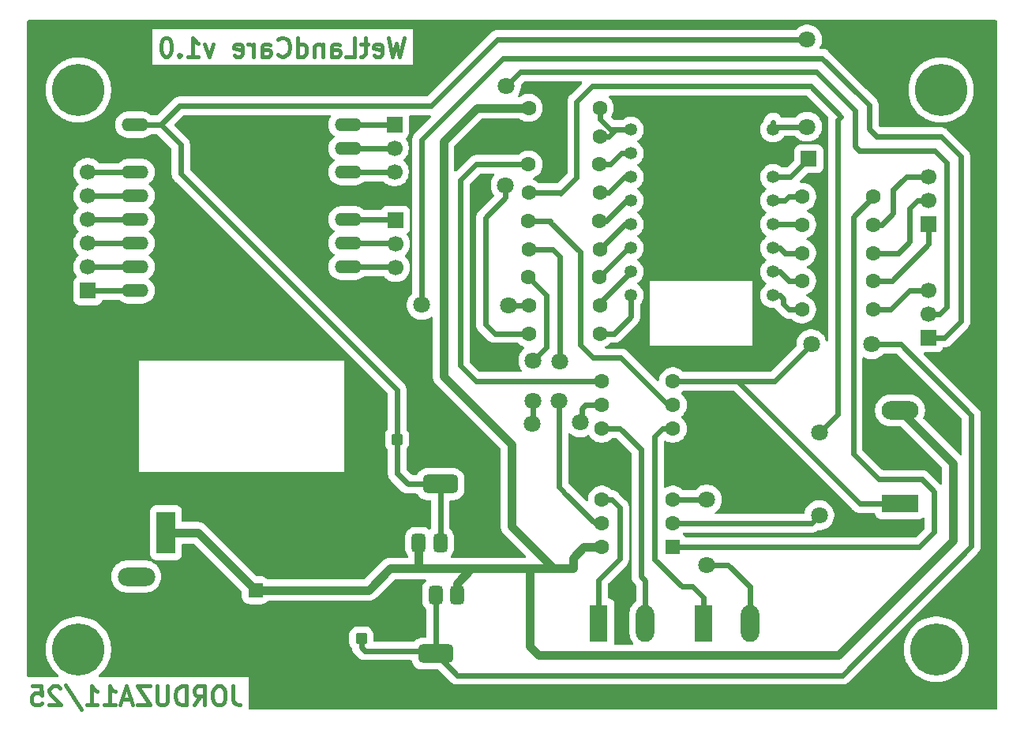
<source format=gbr>
%TF.GenerationSoftware,KiCad,Pcbnew,9.0.4*%
%TF.CreationDate,2025-11-14T23:52:10-05:00*%
%TF.ProjectId,wetLandCare,7765744c-616e-4644-9361-72652e6b6963,rev?*%
%TF.SameCoordinates,Original*%
%TF.FileFunction,Copper,L2,Bot*%
%TF.FilePolarity,Positive*%
%FSLAX46Y46*%
G04 Gerber Fmt 4.6, Leading zero omitted, Abs format (unit mm)*
G04 Created by KiCad (PCBNEW 9.0.4) date 2025-11-14 23:52:10*
%MOMM*%
%LPD*%
G01*
G04 APERTURE LIST*
G04 Aperture macros list*
%AMRoundRect*
0 Rectangle with rounded corners*
0 $1 Rounding radius*
0 $2 $3 $4 $5 $6 $7 $8 $9 X,Y pos of 4 corners*
0 Add a 4 corners polygon primitive as box body*
4,1,4,$2,$3,$4,$5,$6,$7,$8,$9,$2,$3,0*
0 Add four circle primitives for the rounded corners*
1,1,$1+$1,$2,$3*
1,1,$1+$1,$4,$5*
1,1,$1+$1,$6,$7*
1,1,$1+$1,$8,$9*
0 Add four rect primitives between the rounded corners*
20,1,$1+$1,$2,$3,$4,$5,0*
20,1,$1+$1,$4,$5,$6,$7,0*
20,1,$1+$1,$6,$7,$8,$9,0*
20,1,$1+$1,$8,$9,$2,$3,0*%
G04 Aperture macros list end*
%ADD10C,0.400000*%
%TA.AperFunction,NonConductor*%
%ADD11C,0.400000*%
%TD*%
%TA.AperFunction,ComponentPad*%
%ADD12C,5.600000*%
%TD*%
%TA.AperFunction,ComponentPad*%
%ADD13O,4.000000X2.000000*%
%TD*%
%TA.AperFunction,ComponentPad*%
%ADD14O,2.000000X4.000000*%
%TD*%
%TA.AperFunction,ComponentPad*%
%ADD15R,2.000000X4.500000*%
%TD*%
%TA.AperFunction,ComponentPad*%
%ADD16RoundRect,0.250000X-0.550000X0.550000X-0.550000X-0.550000X0.550000X-0.550000X0.550000X0.550000X0*%
%TD*%
%TA.AperFunction,ComponentPad*%
%ADD17C,1.600000*%
%TD*%
%TA.AperFunction,ComponentPad*%
%ADD18R,1.700000X1.700000*%
%TD*%
%TA.AperFunction,ComponentPad*%
%ADD19C,1.700000*%
%TD*%
%TA.AperFunction,ComponentPad*%
%ADD20C,1.348000*%
%TD*%
%TA.AperFunction,ComponentPad*%
%ADD21O,2.844800X1.422400*%
%TD*%
%TA.AperFunction,ComponentPad*%
%ADD22RoundRect,0.250000X0.550000X0.550000X-0.550000X0.550000X-0.550000X-0.550000X0.550000X-0.550000X0*%
%TD*%
%TA.AperFunction,ComponentPad*%
%ADD23R,3.960000X1.980000*%
%TD*%
%TA.AperFunction,ComponentPad*%
%ADD24O,3.960000X1.980000*%
%TD*%
%TA.AperFunction,ComponentPad*%
%ADD25R,1.980000X3.960000*%
%TD*%
%TA.AperFunction,ComponentPad*%
%ADD26O,1.980000X3.960000*%
%TD*%
%TA.AperFunction,ComponentPad*%
%ADD27RoundRect,0.250000X-0.350000X-0.350000X0.350000X-0.350000X0.350000X0.350000X-0.350000X0.350000X0*%
%TD*%
%TA.AperFunction,ComponentPad*%
%ADD28C,1.200000*%
%TD*%
%TA.AperFunction,ComponentPad*%
%ADD29RoundRect,0.250000X0.350000X-0.350000X0.350000X0.350000X-0.350000X0.350000X-0.350000X-0.350000X0*%
%TD*%
%TA.AperFunction,SMDPad,CuDef*%
%ADD30RoundRect,0.375000X-0.375000X0.625000X-0.375000X-0.625000X0.375000X-0.625000X0.375000X0.625000X0*%
%TD*%
%TA.AperFunction,SMDPad,CuDef*%
%ADD31RoundRect,0.500000X-1.400000X0.500000X-1.400000X-0.500000X1.400000X-0.500000X1.400000X0.500000X0*%
%TD*%
%TA.AperFunction,SMDPad,CuDef*%
%ADD32RoundRect,0.375000X0.375000X-0.625000X0.375000X0.625000X-0.375000X0.625000X-0.375000X-0.625000X0*%
%TD*%
%TA.AperFunction,SMDPad,CuDef*%
%ADD33RoundRect,0.500000X1.400000X-0.500000X1.400000X0.500000X-1.400000X0.500000X-1.400000X-0.500000X0*%
%TD*%
%TA.AperFunction,ViaPad*%
%ADD34C,1.800000*%
%TD*%
%TA.AperFunction,Conductor*%
%ADD35C,0.600000*%
%TD*%
%TA.AperFunction,Conductor*%
%ADD36C,0.900000*%
%TD*%
G04 APERTURE END LIST*
D10*
D11*
X167586190Y-104464438D02*
X167586190Y-105893009D01*
X167586190Y-105893009D02*
X167681429Y-106178723D01*
X167681429Y-106178723D02*
X167871905Y-106369200D01*
X167871905Y-106369200D02*
X168157619Y-106464438D01*
X168157619Y-106464438D02*
X168348095Y-106464438D01*
X166252857Y-104464438D02*
X165871904Y-104464438D01*
X165871904Y-104464438D02*
X165681428Y-104559676D01*
X165681428Y-104559676D02*
X165490952Y-104750152D01*
X165490952Y-104750152D02*
X165395714Y-105131104D01*
X165395714Y-105131104D02*
X165395714Y-105797771D01*
X165395714Y-105797771D02*
X165490952Y-106178723D01*
X165490952Y-106178723D02*
X165681428Y-106369200D01*
X165681428Y-106369200D02*
X165871904Y-106464438D01*
X165871904Y-106464438D02*
X166252857Y-106464438D01*
X166252857Y-106464438D02*
X166443333Y-106369200D01*
X166443333Y-106369200D02*
X166633809Y-106178723D01*
X166633809Y-106178723D02*
X166729047Y-105797771D01*
X166729047Y-105797771D02*
X166729047Y-105131104D01*
X166729047Y-105131104D02*
X166633809Y-104750152D01*
X166633809Y-104750152D02*
X166443333Y-104559676D01*
X166443333Y-104559676D02*
X166252857Y-104464438D01*
X163395714Y-106464438D02*
X164062381Y-105512057D01*
X164538571Y-106464438D02*
X164538571Y-104464438D01*
X164538571Y-104464438D02*
X163776666Y-104464438D01*
X163776666Y-104464438D02*
X163586190Y-104559676D01*
X163586190Y-104559676D02*
X163490952Y-104654914D01*
X163490952Y-104654914D02*
X163395714Y-104845390D01*
X163395714Y-104845390D02*
X163395714Y-105131104D01*
X163395714Y-105131104D02*
X163490952Y-105321580D01*
X163490952Y-105321580D02*
X163586190Y-105416819D01*
X163586190Y-105416819D02*
X163776666Y-105512057D01*
X163776666Y-105512057D02*
X164538571Y-105512057D01*
X162538571Y-106464438D02*
X162538571Y-104464438D01*
X162538571Y-104464438D02*
X162062381Y-104464438D01*
X162062381Y-104464438D02*
X161776666Y-104559676D01*
X161776666Y-104559676D02*
X161586190Y-104750152D01*
X161586190Y-104750152D02*
X161490952Y-104940628D01*
X161490952Y-104940628D02*
X161395714Y-105321580D01*
X161395714Y-105321580D02*
X161395714Y-105607295D01*
X161395714Y-105607295D02*
X161490952Y-105988247D01*
X161490952Y-105988247D02*
X161586190Y-106178723D01*
X161586190Y-106178723D02*
X161776666Y-106369200D01*
X161776666Y-106369200D02*
X162062381Y-106464438D01*
X162062381Y-106464438D02*
X162538571Y-106464438D01*
X160538571Y-104464438D02*
X160538571Y-106083485D01*
X160538571Y-106083485D02*
X160443333Y-106273961D01*
X160443333Y-106273961D02*
X160348095Y-106369200D01*
X160348095Y-106369200D02*
X160157619Y-106464438D01*
X160157619Y-106464438D02*
X159776666Y-106464438D01*
X159776666Y-106464438D02*
X159586190Y-106369200D01*
X159586190Y-106369200D02*
X159490952Y-106273961D01*
X159490952Y-106273961D02*
X159395714Y-106083485D01*
X159395714Y-106083485D02*
X159395714Y-104464438D01*
X158633809Y-104464438D02*
X157300476Y-104464438D01*
X157300476Y-104464438D02*
X158633809Y-106464438D01*
X158633809Y-106464438D02*
X157300476Y-106464438D01*
X156633809Y-105893009D02*
X155681428Y-105893009D01*
X156824285Y-106464438D02*
X156157619Y-104464438D01*
X156157619Y-104464438D02*
X155490952Y-106464438D01*
X153776666Y-106464438D02*
X154919523Y-106464438D01*
X154348095Y-106464438D02*
X154348095Y-104464438D01*
X154348095Y-104464438D02*
X154538571Y-104750152D01*
X154538571Y-104750152D02*
X154729047Y-104940628D01*
X154729047Y-104940628D02*
X154919523Y-105035866D01*
X151871904Y-106464438D02*
X153014761Y-106464438D01*
X152443333Y-106464438D02*
X152443333Y-104464438D01*
X152443333Y-104464438D02*
X152633809Y-104750152D01*
X152633809Y-104750152D02*
X152824285Y-104940628D01*
X152824285Y-104940628D02*
X153014761Y-105035866D01*
X149586190Y-104369200D02*
X151300475Y-106940628D01*
X149014761Y-104654914D02*
X148919523Y-104559676D01*
X148919523Y-104559676D02*
X148729047Y-104464438D01*
X148729047Y-104464438D02*
X148252856Y-104464438D01*
X148252856Y-104464438D02*
X148062380Y-104559676D01*
X148062380Y-104559676D02*
X147967142Y-104654914D01*
X147967142Y-104654914D02*
X147871904Y-104845390D01*
X147871904Y-104845390D02*
X147871904Y-105035866D01*
X147871904Y-105035866D02*
X147967142Y-105321580D01*
X147967142Y-105321580D02*
X149109999Y-106464438D01*
X149109999Y-106464438D02*
X147871904Y-106464438D01*
X146062380Y-104464438D02*
X147014761Y-104464438D01*
X147014761Y-104464438D02*
X147109999Y-105416819D01*
X147109999Y-105416819D02*
X147014761Y-105321580D01*
X147014761Y-105321580D02*
X146824285Y-105226342D01*
X146824285Y-105226342D02*
X146348094Y-105226342D01*
X146348094Y-105226342D02*
X146157618Y-105321580D01*
X146157618Y-105321580D02*
X146062380Y-105416819D01*
X146062380Y-105416819D02*
X145967142Y-105607295D01*
X145967142Y-105607295D02*
X145967142Y-106083485D01*
X145967142Y-106083485D02*
X146062380Y-106273961D01*
X146062380Y-106273961D02*
X146157618Y-106369200D01*
X146157618Y-106369200D02*
X146348094Y-106464438D01*
X146348094Y-106464438D02*
X146824285Y-106464438D01*
X146824285Y-106464438D02*
X147014761Y-106369200D01*
X147014761Y-106369200D02*
X147109999Y-106273961D01*
D10*
D11*
X185935238Y-34904438D02*
X185459048Y-36904438D01*
X185459048Y-36904438D02*
X185078095Y-35475866D01*
X185078095Y-35475866D02*
X184697143Y-36904438D01*
X184697143Y-36904438D02*
X184220953Y-34904438D01*
X182697143Y-36809200D02*
X182887619Y-36904438D01*
X182887619Y-36904438D02*
X183268572Y-36904438D01*
X183268572Y-36904438D02*
X183459048Y-36809200D01*
X183459048Y-36809200D02*
X183554286Y-36618723D01*
X183554286Y-36618723D02*
X183554286Y-35856819D01*
X183554286Y-35856819D02*
X183459048Y-35666342D01*
X183459048Y-35666342D02*
X183268572Y-35571104D01*
X183268572Y-35571104D02*
X182887619Y-35571104D01*
X182887619Y-35571104D02*
X182697143Y-35666342D01*
X182697143Y-35666342D02*
X182601905Y-35856819D01*
X182601905Y-35856819D02*
X182601905Y-36047295D01*
X182601905Y-36047295D02*
X183554286Y-36237771D01*
X182030476Y-35571104D02*
X181268572Y-35571104D01*
X181744762Y-34904438D02*
X181744762Y-36618723D01*
X181744762Y-36618723D02*
X181649524Y-36809200D01*
X181649524Y-36809200D02*
X181459048Y-36904438D01*
X181459048Y-36904438D02*
X181268572Y-36904438D01*
X179649524Y-36904438D02*
X180601905Y-36904438D01*
X180601905Y-36904438D02*
X180601905Y-34904438D01*
X178125714Y-36904438D02*
X178125714Y-35856819D01*
X178125714Y-35856819D02*
X178220952Y-35666342D01*
X178220952Y-35666342D02*
X178411428Y-35571104D01*
X178411428Y-35571104D02*
X178792381Y-35571104D01*
X178792381Y-35571104D02*
X178982857Y-35666342D01*
X178125714Y-36809200D02*
X178316190Y-36904438D01*
X178316190Y-36904438D02*
X178792381Y-36904438D01*
X178792381Y-36904438D02*
X178982857Y-36809200D01*
X178982857Y-36809200D02*
X179078095Y-36618723D01*
X179078095Y-36618723D02*
X179078095Y-36428247D01*
X179078095Y-36428247D02*
X178982857Y-36237771D01*
X178982857Y-36237771D02*
X178792381Y-36142533D01*
X178792381Y-36142533D02*
X178316190Y-36142533D01*
X178316190Y-36142533D02*
X178125714Y-36047295D01*
X177173333Y-35571104D02*
X177173333Y-36904438D01*
X177173333Y-35761580D02*
X177078095Y-35666342D01*
X177078095Y-35666342D02*
X176887619Y-35571104D01*
X176887619Y-35571104D02*
X176601904Y-35571104D01*
X176601904Y-35571104D02*
X176411428Y-35666342D01*
X176411428Y-35666342D02*
X176316190Y-35856819D01*
X176316190Y-35856819D02*
X176316190Y-36904438D01*
X174506666Y-36904438D02*
X174506666Y-34904438D01*
X174506666Y-36809200D02*
X174697142Y-36904438D01*
X174697142Y-36904438D02*
X175078095Y-36904438D01*
X175078095Y-36904438D02*
X175268571Y-36809200D01*
X175268571Y-36809200D02*
X175363809Y-36713961D01*
X175363809Y-36713961D02*
X175459047Y-36523485D01*
X175459047Y-36523485D02*
X175459047Y-35952057D01*
X175459047Y-35952057D02*
X175363809Y-35761580D01*
X175363809Y-35761580D02*
X175268571Y-35666342D01*
X175268571Y-35666342D02*
X175078095Y-35571104D01*
X175078095Y-35571104D02*
X174697142Y-35571104D01*
X174697142Y-35571104D02*
X174506666Y-35666342D01*
X172411428Y-36713961D02*
X172506666Y-36809200D01*
X172506666Y-36809200D02*
X172792380Y-36904438D01*
X172792380Y-36904438D02*
X172982856Y-36904438D01*
X172982856Y-36904438D02*
X173268571Y-36809200D01*
X173268571Y-36809200D02*
X173459047Y-36618723D01*
X173459047Y-36618723D02*
X173554285Y-36428247D01*
X173554285Y-36428247D02*
X173649523Y-36047295D01*
X173649523Y-36047295D02*
X173649523Y-35761580D01*
X173649523Y-35761580D02*
X173554285Y-35380628D01*
X173554285Y-35380628D02*
X173459047Y-35190152D01*
X173459047Y-35190152D02*
X173268571Y-34999676D01*
X173268571Y-34999676D02*
X172982856Y-34904438D01*
X172982856Y-34904438D02*
X172792380Y-34904438D01*
X172792380Y-34904438D02*
X172506666Y-34999676D01*
X172506666Y-34999676D02*
X172411428Y-35094914D01*
X170697142Y-36904438D02*
X170697142Y-35856819D01*
X170697142Y-35856819D02*
X170792380Y-35666342D01*
X170792380Y-35666342D02*
X170982856Y-35571104D01*
X170982856Y-35571104D02*
X171363809Y-35571104D01*
X171363809Y-35571104D02*
X171554285Y-35666342D01*
X170697142Y-36809200D02*
X170887618Y-36904438D01*
X170887618Y-36904438D02*
X171363809Y-36904438D01*
X171363809Y-36904438D02*
X171554285Y-36809200D01*
X171554285Y-36809200D02*
X171649523Y-36618723D01*
X171649523Y-36618723D02*
X171649523Y-36428247D01*
X171649523Y-36428247D02*
X171554285Y-36237771D01*
X171554285Y-36237771D02*
X171363809Y-36142533D01*
X171363809Y-36142533D02*
X170887618Y-36142533D01*
X170887618Y-36142533D02*
X170697142Y-36047295D01*
X169744761Y-36904438D02*
X169744761Y-35571104D01*
X169744761Y-35952057D02*
X169649523Y-35761580D01*
X169649523Y-35761580D02*
X169554285Y-35666342D01*
X169554285Y-35666342D02*
X169363809Y-35571104D01*
X169363809Y-35571104D02*
X169173332Y-35571104D01*
X167744761Y-36809200D02*
X167935237Y-36904438D01*
X167935237Y-36904438D02*
X168316190Y-36904438D01*
X168316190Y-36904438D02*
X168506666Y-36809200D01*
X168506666Y-36809200D02*
X168601904Y-36618723D01*
X168601904Y-36618723D02*
X168601904Y-35856819D01*
X168601904Y-35856819D02*
X168506666Y-35666342D01*
X168506666Y-35666342D02*
X168316190Y-35571104D01*
X168316190Y-35571104D02*
X167935237Y-35571104D01*
X167935237Y-35571104D02*
X167744761Y-35666342D01*
X167744761Y-35666342D02*
X167649523Y-35856819D01*
X167649523Y-35856819D02*
X167649523Y-36047295D01*
X167649523Y-36047295D02*
X168601904Y-36237771D01*
X165459046Y-35571104D02*
X164982856Y-36904438D01*
X164982856Y-36904438D02*
X164506665Y-35571104D01*
X162697141Y-36904438D02*
X163839998Y-36904438D01*
X163268570Y-36904438D02*
X163268570Y-34904438D01*
X163268570Y-34904438D02*
X163459046Y-35190152D01*
X163459046Y-35190152D02*
X163649522Y-35380628D01*
X163649522Y-35380628D02*
X163839998Y-35475866D01*
X161839998Y-36713961D02*
X161744760Y-36809200D01*
X161744760Y-36809200D02*
X161839998Y-36904438D01*
X161839998Y-36904438D02*
X161935236Y-36809200D01*
X161935236Y-36809200D02*
X161839998Y-36713961D01*
X161839998Y-36713961D02*
X161839998Y-36904438D01*
X160506665Y-34904438D02*
X160316188Y-34904438D01*
X160316188Y-34904438D02*
X160125712Y-34999676D01*
X160125712Y-34999676D02*
X160030474Y-35094914D01*
X160030474Y-35094914D02*
X159935236Y-35285390D01*
X159935236Y-35285390D02*
X159839998Y-35666342D01*
X159839998Y-35666342D02*
X159839998Y-36142533D01*
X159839998Y-36142533D02*
X159935236Y-36523485D01*
X159935236Y-36523485D02*
X160030474Y-36713961D01*
X160030474Y-36713961D02*
X160125712Y-36809200D01*
X160125712Y-36809200D02*
X160316188Y-36904438D01*
X160316188Y-36904438D02*
X160506665Y-36904438D01*
X160506665Y-36904438D02*
X160697141Y-36809200D01*
X160697141Y-36809200D02*
X160792379Y-36713961D01*
X160792379Y-36713961D02*
X160887617Y-36523485D01*
X160887617Y-36523485D02*
X160982855Y-36142533D01*
X160982855Y-36142533D02*
X160982855Y-35666342D01*
X160982855Y-35666342D02*
X160887617Y-35285390D01*
X160887617Y-35285390D02*
X160792379Y-35094914D01*
X160792379Y-35094914D02*
X160697141Y-34999676D01*
X160697141Y-34999676D02*
X160506665Y-34904438D01*
D12*
%TO.P,H1,1*%
%TO.N,N/C*%
X243500000Y-40500000D03*
%TD*%
%TO.P,H2,1*%
%TO.N,N/C*%
X243000000Y-100500000D03*
%TD*%
%TO.P,H3,1*%
%TO.N,N/C*%
X151000000Y-40500000D03*
%TD*%
%TO.P,H4,1*%
%TO.N,N/C*%
X151000000Y-100500000D03*
%TD*%
D13*
%TO.P,J11,3*%
%TO.N,N/C*%
X157190000Y-92700000D03*
D14*
%TO.P,J11,2*%
%TO.N,GND*%
X154190000Y-88000000D03*
D15*
%TO.P,J11,1*%
%TO.N,VCC*%
X160390000Y-88000000D03*
%TD*%
D16*
%TO.P,C1,1*%
%TO.N,VCC*%
X169990000Y-94167349D03*
D17*
%TO.P,C1,2*%
%TO.N,GND*%
X169990000Y-97967349D03*
%TD*%
%TO.P,R12,1*%
%TO.N,/PWM_MR*%
X228590000Y-64040000D03*
%TO.P,R12,2*%
%TO.N,Net-(J12-Pin_3)*%
X236210000Y-64040000D03*
%TD*%
%TO.P,R1,1*%
%TO.N,/DI1_RL*%
X206890000Y-51520000D03*
%TO.P,R1,2*%
%TO.N,Net-(U4-1A)*%
X199270000Y-51520000D03*
%TD*%
D18*
%TO.P,J12,1,Pin_1*%
%TO.N,Net-(J12-Pin_1)*%
X242170000Y-67090000D03*
D19*
%TO.P,J12,2,Pin_2*%
%TO.N,Net-(J12-Pin_2)*%
X242170000Y-64550000D03*
%TO.P,J12,3,Pin_3*%
%TO.N,Net-(J12-Pin_3)*%
X242170000Y-62010000D03*
%TD*%
D17*
%TO.P,R8,1*%
%TO.N,/DI2_ML*%
X228590000Y-57990000D03*
%TO.P,R8,2*%
%TO.N,Net-(J1-Pin_2)*%
X236210000Y-57990000D03*
%TD*%
D20*
%TO.P,U5,0,GPIO0*%
%TO.N,/PWM_MR*%
X225480000Y-62530000D03*
%TO.P,U5,1,GPIO1*%
%TO.N,/DI1_ML*%
X225480000Y-59990000D03*
%TO.P,U5,2,GPIO2*%
%TO.N,/DI2_ML*%
X225480000Y-57450000D03*
%TO.P,U5,3,GPIO3*%
%TO.N,/PWM_ML*%
X225480000Y-54910000D03*
%TO.P,U5,3.3,3V3*%
%TO.N,Net-(J2-Pin_1)*%
X225480000Y-49830000D03*
%TO.P,U5,4,GPIO4*%
%TO.N,/PWM_RL*%
X225480000Y-52370000D03*
%TO.P,U5,5,GPIO5*%
%TO.N,/BAT_LVL_SENS*%
X210240000Y-44750000D03*
%TO.P,U5,5V,5V*%
%TO.N,/5V_MCU*%
X225480000Y-44750000D03*
%TO.P,U5,6,GPIO6*%
%TO.N,/PWM_RR*%
X210240000Y-47290000D03*
%TO.P,U5,7,GPIO7*%
%TO.N,/DI1_RL*%
X210240000Y-49830000D03*
%TO.P,U5,8,GPIO8*%
%TO.N,/DI2_RL*%
X210240000Y-52370000D03*
%TO.P,U5,9,GPIO9*%
%TO.N,/DI2_RR*%
X210240000Y-54910000D03*
%TO.P,U5,10,GPIO10*%
%TO.N,/DI1_RR*%
X210240000Y-57450000D03*
%TO.P,U5,20,GPIO20*%
%TO.N,/DI1_MR*%
X210240000Y-59990000D03*
%TO.P,U5,21,GPIO21*%
%TO.N,/DI2_MR*%
X210240000Y-62530000D03*
%TO.P,U5,G,GND*%
%TO.N,GND*%
X225480000Y-47290000D03*
%TD*%
D17*
%TO.P,R4,1*%
%TO.N,/DI1_RR*%
X206880000Y-60580000D03*
%TO.P,R4,2*%
%TO.N,Net-(U4-3A)*%
X199260000Y-60580000D03*
%TD*%
D21*
%TO.P,U2,P$1,5V*%
%TO.N,/5V_MCU*%
X157070000Y-44220000D03*
%TO.P,U2,P$2,GND*%
%TO.N,GND*%
X157070000Y-46760000D03*
%TO.P,U2,P$3,IO12*%
%TO.N,Net-(J6-Pin_6)*%
X157070000Y-49300000D03*
%TO.P,U2,P$4,IO13*%
%TO.N,Net-(J6-Pin_5)*%
X157070000Y-51840000D03*
%TO.P,U2,P$5,IO15*%
%TO.N,Net-(J6-Pin_4)*%
X157070000Y-54380000D03*
%TO.P,U2,P$6,IO14*%
%TO.N,Net-(J6-Pin_3)*%
X157070000Y-56920000D03*
%TO.P,U2,P$7,IO2*%
%TO.N,Net-(J6-Pin_2)*%
X157070000Y-59460000D03*
%TO.P,U2,P$8,IO4*%
%TO.N,Net-(J6-Pin_1)*%
X157070000Y-62000000D03*
%TO.P,U2,P$9,.GND*%
%TO.N,GND*%
X179930000Y-62000000D03*
%TO.P,U2,P$10,IO1/U0T*%
%TO.N,Net-(J5-Pin_3)*%
X179930000Y-59460000D03*
%TO.P,U2,P$11,IO3/U0R*%
%TO.N,Net-(J5-Pin_2)*%
X179930000Y-56920000D03*
%TO.P,U2,P$12,3V3.*%
%TO.N,Net-(J5-Pin_1)*%
X179930000Y-54380000D03*
%TO.P,U2,P$13,GND.*%
%TO.N,GND*%
X179930000Y-51840000D03*
%TO.P,U2,P$14,IO0*%
%TO.N,Net-(J4-Pin_3)*%
X179930000Y-49300000D03*
%TO.P,U2,P$15,IO16*%
%TO.N,Net-(J4-Pin_2)*%
X179930000Y-46760000D03*
%TO.P,U2,P$16,3V3*%
%TO.N,Net-(J4-Pin_1)*%
X179930000Y-44220000D03*
%TD*%
D17*
%TO.P,R3,1*%
%TO.N,/DI2_RR*%
X206890000Y-57580000D03*
%TO.P,R3,2*%
%TO.N,Net-(U4-4A)*%
X199270000Y-57580000D03*
%TD*%
%TO.P,R6,1*%
%TO.N,/PWM_RR*%
X206880000Y-48480000D03*
%TO.P,R6,2*%
%TO.N,Net-(U4-EN3\u002C4)*%
X199260000Y-48480000D03*
%TD*%
D22*
%TO.P,U4,1,EN1\u002C2*%
%TO.N,Net-(U4-EN1\u002C2)*%
X214745000Y-89530000D03*
D17*
%TO.P,U4,2,1A*%
%TO.N,Net-(U4-1A)*%
X214745000Y-86990000D03*
%TO.P,U4,3,1Y*%
%TO.N,Net-(J7-Pin_2)*%
X214745000Y-84450000D03*
%TO.P,U4,4,GND*%
%TO.N,GND*%
X214745000Y-81910000D03*
%TO.P,U4,5,GND*%
X214745000Y-79370000D03*
%TO.P,U4,6,2Y*%
%TO.N,Net-(J7-Pin_1)*%
X214745000Y-76830000D03*
%TO.P,U4,7,2A*%
%TO.N,Net-(U4-2A)*%
X214745000Y-74290000D03*
%TO.P,U4,8,VCC2*%
%TO.N,/5V_DRIVERS*%
X214745000Y-71750000D03*
%TO.P,U4,9,EN3\u002C4*%
%TO.N,Net-(U4-EN3\u002C4)*%
X207125000Y-71750000D03*
%TO.P,U4,10,3A*%
%TO.N,Net-(U4-3A)*%
X207125000Y-74290000D03*
%TO.P,U4,11,3Y*%
%TO.N,Net-(J8-Pin_2)*%
X207125000Y-76830000D03*
%TO.P,U4,12,GND*%
%TO.N,GND*%
X207125000Y-79370000D03*
%TO.P,U4,13,GND*%
X207125000Y-81910000D03*
%TO.P,U4,14,4Y*%
%TO.N,Net-(J8-Pin_1)*%
X207125000Y-84450000D03*
%TO.P,U4,15,4A*%
%TO.N,Net-(U4-4A)*%
X207125000Y-86990000D03*
%TO.P,U4,16,VCC1*%
%TO.N,VCC*%
X207125000Y-89530000D03*
%TD*%
%TO.P,R7,1*%
%TO.N,/DI1_ML*%
X228590000Y-60990000D03*
%TO.P,R7,2*%
%TO.N,Net-(J1-Pin_1)*%
X236210000Y-60990000D03*
%TD*%
%TO.P,R10,1*%
%TO.N,/DI1_MR*%
X206890000Y-63610000D03*
%TO.P,R10,2*%
%TO.N,Net-(J12-Pin_1)*%
X199270000Y-63610000D03*
%TD*%
D18*
%TO.P,J4,1,Pin_1*%
%TO.N,Net-(J4-Pin_1)*%
X184885000Y-44195000D03*
D19*
%TO.P,J4,2,Pin_2*%
%TO.N,Net-(J4-Pin_2)*%
X184885000Y-46735000D03*
%TO.P,J4,3,Pin_3*%
%TO.N,Net-(J4-Pin_3)*%
X184885000Y-49275000D03*
%TD*%
D17*
%TO.P,R9,1*%
%TO.N,/PWM_ML*%
X228610000Y-54960000D03*
%TO.P,R9,2*%
%TO.N,Net-(J1-Pin_3)*%
X236230000Y-54960000D03*
%TD*%
D18*
%TO.P,J5,1,Pin_1*%
%TO.N,Net-(J5-Pin_1)*%
X185000000Y-54460000D03*
D19*
%TO.P,J5,2,Pin_2*%
%TO.N,Net-(J5-Pin_2)*%
X185000000Y-57000000D03*
%TO.P,J5,3,Pin_3*%
%TO.N,Net-(J5-Pin_3)*%
X185000000Y-59540000D03*
%TD*%
D23*
%TO.P,J3,1,Pin_1*%
%TO.N,/5V_DRIVERS*%
X239100000Y-84870000D03*
D24*
%TO.P,J3,2,Pin_2*%
%TO.N,GND*%
X239100000Y-79870000D03*
%TO.P,J3,3,Pin_3*%
%TO.N,VCC*%
X239100000Y-74870000D03*
%TD*%
D18*
%TO.P,J6,1,Pin_1*%
%TO.N,Net-(J6-Pin_1)*%
X152000000Y-62040000D03*
D19*
%TO.P,J6,2,Pin_2*%
%TO.N,Net-(J6-Pin_2)*%
X152000000Y-59500000D03*
%TO.P,J6,3,Pin_3*%
%TO.N,Net-(J6-Pin_3)*%
X152000000Y-56960000D03*
%TO.P,J6,4,Pin_4*%
%TO.N,Net-(J6-Pin_4)*%
X152000000Y-54420000D03*
%TO.P,J6,5,Pin_5*%
%TO.N,Net-(J6-Pin_5)*%
X152000000Y-51880000D03*
%TO.P,J6,6,Pin_6*%
%TO.N,Net-(J6-Pin_6)*%
X152000000Y-49340000D03*
%TD*%
D17*
%TO.P,R14,1*%
%TO.N,/BAT_LVL_SENS*%
X206890000Y-45460000D03*
%TO.P,R14,2*%
%TO.N,GND*%
X199270000Y-45460000D03*
%TD*%
D25*
%TO.P,J7,1,Pin_1*%
%TO.N,Net-(J7-Pin_1)*%
X217985000Y-97705000D03*
D26*
%TO.P,J7,2,Pin_2*%
%TO.N,Net-(J7-Pin_2)*%
X222985000Y-97705000D03*
%TD*%
D25*
%TO.P,J8,1,Pin_1*%
%TO.N,Net-(J8-Pin_1)*%
X206785000Y-97715000D03*
D26*
%TO.P,J8,2,Pin_2*%
%TO.N,Net-(J8-Pin_2)*%
X211785000Y-97715000D03*
%TD*%
D17*
%TO.P,R2,1*%
%TO.N,/DI2_RL*%
X206870000Y-54530000D03*
%TO.P,R2,2*%
%TO.N,Net-(U4-2A)*%
X199250000Y-54530000D03*
%TD*%
%TO.P,R5,1*%
%TO.N,/PWM_RL*%
X228610000Y-51950000D03*
%TO.P,R5,2*%
%TO.N,Net-(U4-EN1\u002C2)*%
X236230000Y-51950000D03*
%TD*%
%TO.P,R11,1*%
%TO.N,/DI2_MR*%
X206890000Y-66630000D03*
%TO.P,R11,2*%
%TO.N,Net-(J12-Pin_2)*%
X199270000Y-66630000D03*
%TD*%
D27*
%TO.P,C2,1*%
%TO.N,/5V_MCU*%
X185167401Y-77980000D03*
D28*
%TO.P,C2,2*%
%TO.N,GND*%
X187167401Y-77980000D03*
%TD*%
D29*
%TO.P,C4,1*%
%TO.N,/5V_DRIVERS*%
X181330000Y-99350000D03*
D28*
%TO.P,C4,2*%
%TO.N,GND*%
X181330000Y-97350000D03*
%TD*%
D18*
%TO.P,J2,1,Pin_1*%
%TO.N,Net-(J2-Pin_1)*%
X229320000Y-47880000D03*
%TD*%
%TO.P,J1,1,Pin_1*%
%TO.N,Net-(J1-Pin_1)*%
X242170000Y-54920000D03*
D19*
%TO.P,J1,2,Pin_2*%
%TO.N,Net-(J1-Pin_2)*%
X242170000Y-52380000D03*
%TO.P,J1,3,Pin_3*%
%TO.N,Net-(J1-Pin_3)*%
X242170000Y-49840000D03*
%TD*%
D17*
%TO.P,R13,1*%
%TO.N,VCC*%
X199270000Y-42420000D03*
%TO.P,R13,2*%
%TO.N,/BAT_LVL_SENS*%
X206890000Y-42420000D03*
%TD*%
D30*
%TO.P,U6,1,GND*%
%TO.N,GND*%
X187017500Y-94680000D03*
%TO.P,U6,2,VO*%
%TO.N,/5V_DRIVERS*%
X189317500Y-94680000D03*
D31*
X189317500Y-100980000D03*
D30*
%TO.P,U6,3,VI*%
%TO.N,VCC*%
X191617500Y-94680000D03*
%TD*%
D32*
%TO.P,U3,1,GND*%
%TO.N,GND*%
X192100000Y-89090000D03*
%TO.P,U3,2,VO*%
%TO.N,/5V_MCU*%
X189800000Y-89090000D03*
D33*
X189800000Y-82790000D03*
D32*
%TO.P,U3,3,VI*%
%TO.N,VCC*%
X187500000Y-89090000D03*
%TD*%
D34*
%TO.N,Net-(U4-1A)*%
X230440000Y-86130000D03*
%TO.N,Net-(J7-Pin_2)*%
X218390000Y-91430000D03*
X218390000Y-84440000D03*
%TO.N,GND*%
X187330000Y-68760000D03*
X194530000Y-68740000D03*
X234900000Y-104790000D03*
X235160000Y-87270000D03*
%TO.N,/5V_DRIVERS*%
X236070000Y-67770000D03*
X229600000Y-67770000D03*
%TO.N,GND*%
X192796921Y-46671062D03*
X192690000Y-35300000D03*
%TO.N,Net-(J12-Pin_2)*%
X196850000Y-40110000D03*
X196810000Y-50720000D03*
%TO.N,/5V_MCU*%
X229130000Y-44440000D03*
X229130000Y-35088000D03*
%TO.N,Net-(U4-4A)*%
X202520000Y-73820000D03*
%TO.N,GND*%
X238390000Y-70180000D03*
X244940000Y-70080000D03*
X182860000Y-74610000D03*
X218700000Y-74390000D03*
X187260000Y-74560000D03*
X218770000Y-69750000D03*
X205230000Y-80510000D03*
X193340000Y-80440000D03*
%TO.N,Net-(U4-3A)*%
X204810000Y-76160000D03*
X199680000Y-76310000D03*
X199770000Y-69530000D03*
X199720000Y-73860000D03*
%TO.N,Net-(U4-1A)*%
X230445000Y-77235000D03*
%TO.N,Net-(J12-Pin_1)*%
X197090000Y-63600000D03*
X187810000Y-63560000D03*
%TO.N,Net-(U4-4A)*%
X202600000Y-69610000D03*
%TD*%
D35*
%TO.N,Net-(U4-1A)*%
X229580000Y-86990000D02*
X230440000Y-86130000D01*
X220580000Y-86990000D02*
X229580000Y-86990000D01*
X220580000Y-86990000D02*
X214745000Y-86990000D01*
%TO.N,Net-(J7-Pin_2)*%
X220685000Y-91430000D02*
X222985000Y-93730000D01*
X218390000Y-91430000D02*
X220685000Y-91430000D01*
X218380000Y-84450000D02*
X218390000Y-84440000D01*
X214745000Y-84450000D02*
X218380000Y-84450000D01*
X222985000Y-93730000D02*
X222985000Y-97705000D01*
%TO.N,Net-(U4-4A)*%
X202600000Y-58340000D02*
X202600000Y-69610000D01*
X201840000Y-57580000D02*
X202600000Y-58340000D01*
X202520000Y-83060000D02*
X202940000Y-83480000D01*
X202520000Y-73820000D02*
X202520000Y-83060000D01*
X202520000Y-73820000D02*
X202948000Y-73820000D01*
X201840000Y-57580000D02*
X199270000Y-57580000D01*
X202600000Y-69610000D02*
X202960000Y-69610000D01*
%TO.N,Net-(U4-3A)*%
X199720000Y-76270000D02*
X199720000Y-73860000D01*
X199680000Y-76310000D02*
X199720000Y-76270000D01*
X201190000Y-68110000D02*
X201190000Y-62510000D01*
X199770000Y-69530000D02*
X201190000Y-68110000D01*
X201190000Y-62510000D02*
X199260000Y-60580000D01*
%TO.N,/5V_DRIVERS*%
X191627500Y-103290000D02*
X189317500Y-100980000D01*
X232890000Y-103290000D02*
X191627500Y-103290000D01*
X246750000Y-89430000D02*
X232890000Y-103290000D01*
X239148000Y-67770000D02*
X246750000Y-75372000D01*
X236070000Y-67770000D02*
X239148000Y-67770000D01*
X246750000Y-75372000D02*
X246750000Y-89430000D01*
D36*
%TO.N,VCC*%
X190150000Y-71220000D02*
X197430000Y-78500000D01*
X190150000Y-46006394D02*
X190150000Y-71220000D01*
X197430000Y-87340000D02*
X201940000Y-91850000D01*
X193736394Y-42420000D02*
X190150000Y-46006394D01*
X199270000Y-42420000D02*
X193736394Y-42420000D01*
X199360000Y-91850000D02*
X201940000Y-91850000D01*
X197430000Y-78500000D02*
X197430000Y-87340000D01*
X205993630Y-89530000D02*
X207125000Y-89530000D01*
D35*
%TO.N,Net-(U4-EN3\u002C4)*%
X193620000Y-71760000D02*
X196020000Y-71760000D01*
X196020000Y-71760000D02*
X196030000Y-71750000D01*
X196030000Y-71750000D02*
X207125000Y-71750000D01*
X191950000Y-50180000D02*
X191950000Y-70090000D01*
X199260000Y-48480000D02*
X193650000Y-48480000D01*
X193650000Y-48480000D02*
X191950000Y-50180000D01*
X191950000Y-70090000D02*
X193620000Y-71760000D01*
%TO.N,Net-(J12-Pin_2)*%
X196810000Y-52050000D02*
X196810000Y-50720000D01*
X194620000Y-54240000D02*
X196810000Y-52050000D01*
X195630000Y-66630000D02*
X194620000Y-65620000D01*
X194620000Y-65620000D02*
X194620000Y-54240000D01*
X199270000Y-66630000D02*
X195630000Y-66630000D01*
%TO.N,/5V_DRIVERS*%
X181700000Y-100663838D02*
X189001338Y-100663838D01*
X181330000Y-100293838D02*
X181700000Y-100663838D01*
X181330000Y-99350000D02*
X181330000Y-100293838D01*
X189001338Y-100663838D02*
X189317500Y-100980000D01*
X239100000Y-84870000D02*
X237560000Y-84870000D01*
X224770000Y-71750000D02*
X225620000Y-71750000D01*
X225620000Y-71750000D02*
X229600000Y-67770000D01*
%TO.N,Net-(U4-1A)*%
X232400000Y-75280000D02*
X230445000Y-77235000D01*
X232400000Y-43730000D02*
X232400000Y-75280000D01*
X229520000Y-40090000D02*
X232780000Y-43350000D01*
X204430000Y-49890000D02*
X204430000Y-41770000D01*
X204430000Y-41770000D02*
X206110000Y-40090000D01*
X206110000Y-40090000D02*
X229520000Y-40090000D01*
X202740000Y-51580000D02*
X204430000Y-49890000D01*
X202680000Y-51520000D02*
X202740000Y-51580000D01*
X232780000Y-43350000D02*
X232400000Y-43730000D01*
X199270000Y-51520000D02*
X202680000Y-51520000D01*
%TO.N,/5V_DRIVERS*%
X223350000Y-71750000D02*
X224770000Y-71750000D01*
%TO.N,Net-(U4-EN1\u002C2)*%
X241460000Y-82280000D02*
X242760000Y-83580000D01*
X242760000Y-87930000D02*
X241160000Y-89530000D01*
X236820000Y-82280000D02*
X241460000Y-82280000D01*
X234070000Y-79530000D02*
X236820000Y-82280000D01*
X234070000Y-54110000D02*
X234070000Y-79530000D01*
X242760000Y-83580000D02*
X242760000Y-87930000D01*
X236230000Y-51950000D02*
X234070000Y-54110000D01*
X241160000Y-89530000D02*
X214745000Y-89530000D01*
%TO.N,Net-(J12-Pin_3)*%
X236210000Y-64040000D02*
X238090000Y-64040000D01*
X238090000Y-64040000D02*
X240120000Y-62010000D01*
X240120000Y-62010000D02*
X242170000Y-62010000D01*
%TO.N,Net-(U4-2A)*%
X201600000Y-54688000D02*
X204791000Y-57879000D01*
X201600000Y-54530000D02*
X201600000Y-54688000D01*
X204791000Y-67831000D02*
X206200000Y-69240000D01*
X206200000Y-69240000D02*
X209160000Y-69240000D01*
X214210000Y-74290000D02*
X214745000Y-74290000D01*
X204791000Y-57879000D02*
X204791000Y-67831000D01*
X209160000Y-69240000D02*
X214210000Y-74290000D01*
X199250000Y-54530000D02*
X201600000Y-54530000D01*
%TO.N,/DI2_MR*%
X210240000Y-64830000D02*
X210240000Y-62530000D01*
X208440000Y-66630000D02*
X210240000Y-64830000D01*
X206890000Y-66630000D02*
X208440000Y-66630000D01*
%TO.N,/DI1_MR*%
X206890000Y-63340000D02*
X206890000Y-63610000D01*
X210240000Y-59990000D02*
X206890000Y-63340000D01*
%TO.N,/DI2_RL*%
X207580000Y-54530000D02*
X209740000Y-52370000D01*
X206870000Y-54530000D02*
X207580000Y-54530000D01*
X209740000Y-52370000D02*
X210240000Y-52370000D01*
%TO.N,/DI1_RL*%
X207850000Y-51520000D02*
X206890000Y-51520000D01*
X209540000Y-49830000D02*
X207850000Y-51520000D01*
%TO.N,/5V_MCU*%
X159820000Y-44220000D02*
X157070000Y-44220000D01*
X161820000Y-42220000D02*
X159820000Y-44220000D01*
X188780000Y-42220000D02*
X161820000Y-42220000D01*
X229130000Y-35088000D02*
X195912000Y-35088000D01*
X195912000Y-35088000D02*
X188780000Y-42220000D01*
%TO.N,Net-(J12-Pin_2)*%
X198371000Y-38589000D02*
X196850000Y-40110000D01*
X230141734Y-38589000D02*
X198371000Y-38589000D01*
X234281000Y-42728265D02*
X230141734Y-38589000D01*
X234281000Y-46541000D02*
X234281000Y-42728265D01*
X242860000Y-47000000D02*
X234740000Y-47000000D01*
X244121000Y-63801081D02*
X244121000Y-48261000D01*
X234740000Y-47000000D02*
X234281000Y-46541000D01*
X243372081Y-64550000D02*
X244121000Y-63801081D01*
X242170000Y-64550000D02*
X243372081Y-64550000D01*
X244121000Y-48261000D02*
X242860000Y-47000000D01*
%TO.N,/5V_MCU*%
X225790000Y-44440000D02*
X225480000Y-44750000D01*
X229130000Y-44440000D02*
X225790000Y-44440000D01*
%TO.N,Net-(J12-Pin_1)*%
X243880000Y-67090000D02*
X242170000Y-67090000D01*
X245622000Y-65348000D02*
X243880000Y-67090000D01*
X245622000Y-47639266D02*
X245622000Y-65348000D01*
X243481735Y-45499000D02*
X245622000Y-47639266D01*
X236591000Y-45499000D02*
X243481735Y-45499000D01*
X235782000Y-44690000D02*
X236591000Y-45499000D01*
X235782000Y-42106531D02*
X235782000Y-44690000D01*
X196521396Y-37088000D02*
X230763468Y-37088000D01*
X230763468Y-37088000D02*
X234577735Y-40902265D01*
X187810000Y-45799396D02*
X196521396Y-37088000D01*
X187810000Y-63560000D02*
X187810000Y-45799396D01*
X234577735Y-40902265D02*
X235782000Y-42106531D01*
%TO.N,Net-(U4-4A)*%
X203159000Y-83759000D02*
X206390000Y-86990000D01*
X206390000Y-86990000D02*
X207125000Y-86990000D01*
%TO.N,Net-(J8-Pin_2)*%
X211309000Y-97239000D02*
X211785000Y-97715000D01*
%TO.N,Net-(J7-Pin_1)*%
X215705000Y-93775000D02*
X216830000Y-93775000D01*
X212810000Y-90880000D02*
X215705000Y-93775000D01*
X212810000Y-77633630D02*
X212810000Y-90880000D01*
X213613630Y-76830000D02*
X212810000Y-77633630D01*
D36*
%TO.N,VCC*%
X244755657Y-88877345D02*
X244755657Y-80525657D01*
X244755657Y-80525657D02*
X239100000Y-74870000D01*
X200340000Y-101160000D02*
X232473002Y-101160000D01*
X199360000Y-100180000D02*
X200340000Y-101160000D01*
X232473002Y-101160000D02*
X244755657Y-88877345D01*
X199360000Y-91850000D02*
X199360000Y-100180000D01*
D35*
%TO.N,/5V_MCU*%
X185167401Y-81607401D02*
X186350000Y-82790000D01*
X185167401Y-77980000D02*
X185167401Y-81607401D01*
D36*
%TO.N,VCC*%
X187500000Y-91810000D02*
X187540000Y-91850000D01*
X187500000Y-89090000D02*
X187500000Y-91810000D01*
X187540000Y-91850000D02*
X189260000Y-91850000D01*
D35*
%TO.N,/5V_MCU*%
X161970000Y-49450000D02*
X185167401Y-72647401D01*
X185167401Y-72647401D02*
X185167401Y-77980000D01*
X161970000Y-46360000D02*
X161970000Y-49450000D01*
X159830000Y-44220000D02*
X161970000Y-46360000D01*
X157070000Y-44220000D02*
X159830000Y-44220000D01*
%TO.N,Net-(J7-Pin_1)*%
X217985000Y-94930000D02*
X217985000Y-97705000D01*
X216830000Y-93775000D02*
X217985000Y-94930000D01*
X214745000Y-76830000D02*
X213613630Y-76830000D01*
%TO.N,GND*%
X187167401Y-74652599D02*
X187260000Y-74560000D01*
X207125000Y-79370000D02*
X206370000Y-79370000D01*
%TO.N,/5V_MCU*%
X185167401Y-77980000D02*
X185167401Y-78082599D01*
X189800000Y-82790000D02*
X189800000Y-89090000D01*
X225480000Y-44750000D02*
X225480000Y-43930000D01*
X186350000Y-82790000D02*
X189800000Y-82790000D01*
X185167401Y-78082599D02*
X185100000Y-78150000D01*
D36*
%TO.N,VCC*%
X191617500Y-94680000D02*
X191817500Y-94880000D01*
X204030000Y-91850000D02*
X204030000Y-90670000D01*
X169990000Y-94167349D02*
X182082651Y-94167349D01*
X191617500Y-93402500D02*
X193170000Y-91850000D01*
X163822650Y-88000000D02*
X164436325Y-88613675D01*
X182082651Y-94167349D02*
X184400000Y-91850000D01*
X164436325Y-88613675D02*
X169990000Y-94167349D01*
X201940000Y-91850000D02*
X204030000Y-91850000D01*
X184400000Y-91850000D02*
X187540000Y-91850000D01*
X205170000Y-89530000D02*
X207125000Y-89530000D01*
X204030000Y-90670000D02*
X205170000Y-89530000D01*
X193170000Y-91850000D02*
X199360000Y-91850000D01*
X189260000Y-91850000D02*
X193170000Y-91850000D01*
X191617500Y-94680000D02*
X191617500Y-93402500D01*
X160390000Y-88000000D02*
X163822650Y-88000000D01*
D35*
%TO.N,/5V_DRIVERS*%
X189200100Y-100862600D02*
X189317500Y-100980000D01*
X214745000Y-71750000D02*
X221700000Y-71750000D01*
X189317500Y-94680000D02*
X189317500Y-100980000D01*
X221700000Y-71750000D02*
X234820000Y-84870000D01*
X221700000Y-71750000D02*
X223350000Y-71750000D01*
X234820000Y-84870000D02*
X239100000Y-84870000D01*
%TO.N,Net-(U4-3A)*%
X204970000Y-74670000D02*
X205350000Y-74290000D01*
X204970000Y-76000000D02*
X204970000Y-74670000D01*
X204810000Y-76160000D02*
X204970000Y-76000000D01*
X205350000Y-74290000D02*
X207125000Y-74290000D01*
%TO.N,Net-(J1-Pin_2)*%
X240160000Y-56770000D02*
X238940000Y-57990000D01*
X238940000Y-57990000D02*
X236210000Y-57990000D01*
X242170000Y-52380000D02*
X240967919Y-52380000D01*
X240967919Y-52380000D02*
X240160000Y-53187919D01*
X240160000Y-53187919D02*
X240160000Y-56770000D01*
%TO.N,Net-(J1-Pin_3)*%
X236230000Y-54960000D02*
X237150000Y-54960000D01*
X239760000Y-49840000D02*
X242170000Y-49840000D01*
X239410000Y-50120000D02*
X239480000Y-50120000D01*
X237150000Y-54960000D02*
X238380000Y-53730000D01*
X239480000Y-50120000D02*
X239760000Y-49840000D01*
X238380000Y-51150000D02*
X239410000Y-50120000D01*
X238380000Y-53730000D02*
X238380000Y-51150000D01*
%TO.N,Net-(J1-Pin_1)*%
X242170000Y-57050000D02*
X238230000Y-60990000D01*
X238230000Y-60990000D02*
X236210000Y-60990000D01*
X242170000Y-54920000D02*
X242170000Y-57050000D01*
%TO.N,Net-(J2-Pin_1)*%
X225480000Y-49830000D02*
X227370000Y-49830000D01*
X227370000Y-49830000D02*
X229320000Y-47880000D01*
%TO.N,/PWM_MR*%
X225480000Y-62530000D02*
X226220000Y-62530000D01*
X226590000Y-63430000D02*
X227200000Y-64040000D01*
X226220000Y-62530000D02*
X226590000Y-62900000D01*
X227200000Y-64040000D02*
X228590000Y-64040000D01*
X226590000Y-62900000D02*
X226590000Y-63430000D01*
%TO.N,/PWM_RR*%
X209210000Y-47290000D02*
X208020000Y-48480000D01*
X210240000Y-47290000D02*
X209210000Y-47290000D01*
X208020000Y-48480000D02*
X206880000Y-48480000D01*
%TO.N,Net-(J4-Pin_2)*%
X179930000Y-46760000D02*
X184860000Y-46760000D01*
X184860000Y-46760000D02*
X184885000Y-46735000D01*
%TO.N,/DI1_RL*%
X209540000Y-49830000D02*
X210240000Y-49830000D01*
%TO.N,/PWM_ML*%
X228560000Y-54910000D02*
X228610000Y-54960000D01*
X225480000Y-54910000D02*
X228560000Y-54910000D01*
%TO.N,/DI2_RR*%
X210240000Y-54910000D02*
X209560000Y-54910000D01*
X209560000Y-54910000D02*
X206890000Y-57580000D01*
%TO.N,/DI1_RR*%
X210240000Y-57450000D02*
X210010000Y-57450000D01*
X210010000Y-57450000D02*
X206880000Y-60580000D01*
%TO.N,/PWM_RL*%
X227200000Y-51950000D02*
X228610000Y-51950000D01*
X225480000Y-52370000D02*
X226780000Y-52370000D01*
X226780000Y-52370000D02*
X227200000Y-51950000D01*
%TO.N,Net-(J4-Pin_3)*%
X179930000Y-49300000D02*
X184860000Y-49300000D01*
X184860000Y-49300000D02*
X184885000Y-49275000D01*
%TO.N,/DI1_ML*%
X226200000Y-59990000D02*
X227200000Y-60990000D01*
X225480000Y-59990000D02*
X226200000Y-59990000D01*
X227200000Y-60990000D02*
X228590000Y-60990000D01*
%TO.N,/DI2_ML*%
X226770000Y-57990000D02*
X228590000Y-57990000D01*
X225480000Y-57450000D02*
X226230000Y-57450000D01*
X226230000Y-57450000D02*
X226770000Y-57990000D01*
%TO.N,Net-(J4-Pin_1)*%
X184860000Y-44220000D02*
X184885000Y-44195000D01*
X179930000Y-44220000D02*
X184860000Y-44220000D01*
%TO.N,Net-(J5-Pin_1)*%
X179930000Y-54380000D02*
X184920000Y-54380000D01*
X184920000Y-54380000D02*
X185000000Y-54460000D01*
%TO.N,Net-(J5-Pin_3)*%
X184920000Y-59460000D02*
X185000000Y-59540000D01*
X179930000Y-59460000D02*
X184920000Y-59460000D01*
%TO.N,Net-(J5-Pin_2)*%
X184920000Y-56920000D02*
X185000000Y-57000000D01*
X179930000Y-56920000D02*
X184920000Y-56920000D01*
%TO.N,Net-(J6-Pin_3)*%
X152000000Y-56960000D02*
X157030000Y-56960000D01*
X157030000Y-56960000D02*
X157070000Y-56920000D01*
%TO.N,Net-(J6-Pin_1)*%
X152000000Y-62040000D02*
X157030000Y-62040000D01*
X157030000Y-62040000D02*
X157070000Y-62000000D01*
%TO.N,Net-(J6-Pin_2)*%
X157030000Y-59500000D02*
X157070000Y-59460000D01*
X152000000Y-59500000D02*
X157030000Y-59500000D01*
%TO.N,Net-(J6-Pin_6)*%
X157030000Y-49340000D02*
X157070000Y-49300000D01*
X152000000Y-49340000D02*
X157030000Y-49340000D01*
%TO.N,Net-(J6-Pin_4)*%
X152000000Y-54420000D02*
X157030000Y-54420000D01*
X157030000Y-54420000D02*
X157070000Y-54380000D01*
%TO.N,Net-(J6-Pin_5)*%
X157030000Y-51880000D02*
X157070000Y-51840000D01*
X152000000Y-51880000D02*
X157030000Y-51880000D01*
%TO.N,Net-(J12-Pin_1)*%
X199260000Y-63600000D02*
X199270000Y-63610000D01*
X197090000Y-63600000D02*
X199260000Y-63600000D01*
%TO.N,/BAT_LVL_SENS*%
X206890000Y-43600000D02*
X208040000Y-44750000D01*
X207890000Y-45460000D02*
X208600000Y-44750000D01*
X206890000Y-45460000D02*
X207890000Y-45460000D01*
X208600000Y-44750000D02*
X210240000Y-44750000D01*
X206890000Y-42420000D02*
X206890000Y-43600000D01*
X208040000Y-44750000D02*
X210240000Y-44750000D01*
%TO.N,Net-(J8-Pin_1)*%
X207125000Y-84450000D02*
X208210000Y-84450000D01*
X208210000Y-84450000D02*
X209026000Y-85266000D01*
X209026000Y-90804000D02*
X206785000Y-93045000D01*
X209026000Y-85266000D02*
X209026000Y-90804000D01*
X206785000Y-93045000D02*
X206785000Y-97715000D01*
%TO.N,Net-(J8-Pin_2)*%
X207125000Y-76830000D02*
X209070000Y-76830000D01*
X209070000Y-76830000D02*
X209080000Y-76820000D01*
X211309000Y-92689000D02*
X211785000Y-93165000D01*
X209080000Y-76820000D02*
X211309000Y-79049000D01*
X211309000Y-79049000D02*
X211309000Y-92689000D01*
X211785000Y-93165000D02*
X211785000Y-97715000D01*
%TD*%
%TA.AperFunction,Conductor*%
%TO.N,GND*%
G36*
X203725703Y-77339598D02*
G01*
X203732181Y-77345630D01*
X203767345Y-77380794D01*
X203767350Y-77380798D01*
X203862997Y-77450289D01*
X203971155Y-77528870D01*
X204069902Y-77579184D01*
X204195616Y-77643239D01*
X204195618Y-77643239D01*
X204195621Y-77643241D01*
X204435215Y-77721090D01*
X204684038Y-77760500D01*
X204684039Y-77760500D01*
X204935961Y-77760500D01*
X204935962Y-77760500D01*
X205184785Y-77721090D01*
X205424379Y-77643241D01*
X205648845Y-77528870D01*
X205648845Y-77528869D01*
X205653186Y-77526658D01*
X205653874Y-77528010D01*
X205714813Y-77511508D01*
X205781421Y-77532604D01*
X205822677Y-77579184D01*
X205841655Y-77616431D01*
X205861134Y-77643241D01*
X205980483Y-77807510D01*
X206147490Y-77974517D01*
X206338567Y-78113343D01*
X206437991Y-78164002D01*
X206549003Y-78220566D01*
X206549005Y-78220566D01*
X206549008Y-78220568D01*
X206579856Y-78230591D01*
X206773631Y-78293553D01*
X207006903Y-78330500D01*
X207006908Y-78330500D01*
X207243097Y-78330500D01*
X207476368Y-78293553D01*
X207700992Y-78220568D01*
X207911433Y-78113343D01*
X208102510Y-77974517D01*
X208210208Y-77866819D01*
X208271531Y-77833334D01*
X208297889Y-77830500D01*
X208624218Y-77830500D01*
X208691257Y-77850185D01*
X208711899Y-77866819D01*
X210272181Y-79427101D01*
X210305666Y-79488424D01*
X210308500Y-79514782D01*
X210308500Y-92787541D01*
X210310754Y-92798870D01*
X210310755Y-92798876D01*
X210346947Y-92980828D01*
X210346950Y-92980840D01*
X210354001Y-92997861D01*
X210422366Y-93162911D01*
X210422371Y-93162920D01*
X210531859Y-93326780D01*
X210531860Y-93326781D01*
X210531861Y-93326782D01*
X210671218Y-93466139D01*
X210671219Y-93466139D01*
X210678286Y-93473206D01*
X210678285Y-93473206D01*
X210678289Y-93473209D01*
X210748181Y-93543101D01*
X210781666Y-93604424D01*
X210784500Y-93630782D01*
X210784500Y-95300731D01*
X210764815Y-95367770D01*
X210735987Y-95399106D01*
X210667988Y-95451284D01*
X210667978Y-95451292D01*
X210511292Y-95607978D01*
X210511286Y-95607985D01*
X210376384Y-95783793D01*
X210265585Y-95975703D01*
X210265581Y-95975713D01*
X210180780Y-96180440D01*
X210123424Y-96394495D01*
X210094501Y-96614189D01*
X210094500Y-96614205D01*
X210094500Y-98815794D01*
X210094501Y-98815810D01*
X210122107Y-99025504D01*
X210123425Y-99035508D01*
X210180780Y-99249559D01*
X210265581Y-99454286D01*
X210265585Y-99454296D01*
X210376384Y-99646206D01*
X210502078Y-99810014D01*
X210527272Y-99875183D01*
X210513234Y-99943628D01*
X210464420Y-99993617D01*
X210403702Y-100009500D01*
X208579240Y-100009500D01*
X208512201Y-99989815D01*
X208466446Y-99937011D01*
X208456502Y-99867853D01*
X208460855Y-99848610D01*
X208469086Y-99822196D01*
X208475500Y-99751616D01*
X208475500Y-95678384D01*
X208469086Y-95607804D01*
X208418478Y-95445394D01*
X208330472Y-95299815D01*
X208330470Y-95299813D01*
X208330469Y-95299811D01*
X208210188Y-95179530D01*
X208064606Y-95091522D01*
X208032514Y-95081522D01*
X207902196Y-95040914D01*
X207898275Y-95040557D01*
X207896115Y-95039704D01*
X207895761Y-95039634D01*
X207895773Y-95039569D01*
X207833293Y-95014886D01*
X207792506Y-94958157D01*
X207785500Y-94917067D01*
X207785500Y-93510782D01*
X207805185Y-93443743D01*
X207821819Y-93423101D01*
X208794736Y-92450185D01*
X209803140Y-91441781D01*
X209912632Y-91277914D01*
X209988052Y-91095835D01*
X210026501Y-90902540D01*
X210026501Y-90705459D01*
X210026501Y-90700349D01*
X210026500Y-90700323D01*
X210026500Y-85167456D01*
X209999058Y-85029501D01*
X209999058Y-85029500D01*
X209988051Y-84974164D01*
X209961145Y-84909207D01*
X209912632Y-84792086D01*
X209912631Y-84792085D01*
X209912628Y-84792079D01*
X209803140Y-84628219D01*
X209737910Y-84562989D01*
X209663782Y-84488861D01*
X209663781Y-84488860D01*
X208994208Y-83819288D01*
X208994206Y-83819285D01*
X208994206Y-83819286D01*
X208987139Y-83812219D01*
X208987139Y-83812218D01*
X208847782Y-83672861D01*
X208847781Y-83672860D01*
X208847780Y-83672859D01*
X208683920Y-83563371D01*
X208683907Y-83563364D01*
X208536364Y-83502250D01*
X208536357Y-83502248D01*
X208527955Y-83498768D01*
X208501836Y-83487949D01*
X208397343Y-83467164D01*
X208394317Y-83466562D01*
X208308543Y-83449500D01*
X208308541Y-83449500D01*
X208297889Y-83449500D01*
X208230850Y-83429815D01*
X208210208Y-83413181D01*
X208102512Y-83305485D01*
X208102510Y-83305483D01*
X207911433Y-83166657D01*
X207904515Y-83163132D01*
X207700996Y-83059433D01*
X207476368Y-82986446D01*
X207243097Y-82949500D01*
X207243092Y-82949500D01*
X207006908Y-82949500D01*
X207006903Y-82949500D01*
X206773631Y-82986446D01*
X206549003Y-83059433D01*
X206338566Y-83166657D01*
X206266238Y-83219207D01*
X206147490Y-83305483D01*
X206147488Y-83305485D01*
X206147487Y-83305485D01*
X205980485Y-83472487D01*
X205980485Y-83472488D01*
X205980483Y-83472490D01*
X205961391Y-83498768D01*
X205841657Y-83663566D01*
X205734433Y-83874003D01*
X205661446Y-84098631D01*
X205624500Y-84331902D01*
X205624500Y-84510218D01*
X205604815Y-84577257D01*
X205552011Y-84623012D01*
X205482853Y-84632956D01*
X205419297Y-84603931D01*
X205412819Y-84597899D01*
X203846099Y-83031179D01*
X203830839Y-83010601D01*
X203830017Y-83011151D01*
X203717143Y-82842223D01*
X203717137Y-82842215D01*
X203556819Y-82681897D01*
X203523334Y-82620574D01*
X203520500Y-82594216D01*
X203520500Y-77433311D01*
X203540185Y-77366272D01*
X203592989Y-77320517D01*
X203662147Y-77310573D01*
X203725703Y-77339598D01*
G37*
%TD.AperFunction*%
%TA.AperFunction,Conductor*%
G36*
X178023698Y-43240185D02*
G01*
X178069453Y-43292989D01*
X178079397Y-43362147D01*
X178056977Y-43417383D01*
X178040646Y-43439863D01*
X178011406Y-43480107D01*
X177910528Y-43678092D01*
X177841860Y-43889429D01*
X177807100Y-44108897D01*
X177807100Y-44331102D01*
X177839702Y-44536947D01*
X177841861Y-44550574D01*
X177910527Y-44761905D01*
X178011406Y-44959892D01*
X178142016Y-45139661D01*
X178299139Y-45296784D01*
X178427002Y-45389682D01*
X178469667Y-45445012D01*
X178475646Y-45514626D01*
X178443040Y-45576421D01*
X178427002Y-45590317D01*
X178299139Y-45683216D01*
X178299137Y-45683218D01*
X178299136Y-45683218D01*
X178142018Y-45840336D01*
X178142018Y-45840337D01*
X178142016Y-45840339D01*
X178108783Y-45886080D01*
X178011406Y-46020107D01*
X177910528Y-46218092D01*
X177841860Y-46429429D01*
X177833384Y-46482947D01*
X177807100Y-46648897D01*
X177807100Y-46871103D01*
X177814354Y-46916902D01*
X177841679Y-47089430D01*
X177841861Y-47090574D01*
X177910527Y-47301905D01*
X178011406Y-47499892D01*
X178142016Y-47679661D01*
X178299139Y-47836784D01*
X178424387Y-47927782D01*
X178427002Y-47929682D01*
X178469667Y-47985012D01*
X178475646Y-48054626D01*
X178443040Y-48116421D01*
X178427002Y-48130317D01*
X178299139Y-48223216D01*
X178299137Y-48223218D01*
X178299136Y-48223218D01*
X178142018Y-48380336D01*
X178142018Y-48380337D01*
X178142016Y-48380339D01*
X178101569Y-48436010D01*
X178011406Y-48560107D01*
X177910528Y-48758092D01*
X177841860Y-48969429D01*
X177817369Y-49124063D01*
X177807100Y-49188897D01*
X177807100Y-49411103D01*
X177808503Y-49419961D01*
X177840901Y-49624517D01*
X177841861Y-49630574D01*
X177885001Y-49763346D01*
X177910528Y-49841907D01*
X177952315Y-49923919D01*
X178011406Y-50039892D01*
X178142016Y-50219661D01*
X178299139Y-50376784D01*
X178478908Y-50507394D01*
X178676895Y-50608273D01*
X178888226Y-50676939D01*
X179107697Y-50711700D01*
X179107698Y-50711700D01*
X180752302Y-50711700D01*
X180752303Y-50711700D01*
X180971774Y-50676939D01*
X181183105Y-50608273D01*
X181381092Y-50507394D01*
X181560861Y-50376784D01*
X181600826Y-50336819D01*
X181662149Y-50303334D01*
X181688507Y-50300500D01*
X183666400Y-50300500D01*
X183733439Y-50320185D01*
X183754081Y-50336819D01*
X183874918Y-50457656D01*
X183874923Y-50457660D01*
X184024960Y-50566667D01*
X184072361Y-50601106D01*
X184289815Y-50711904D01*
X184521924Y-50787321D01*
X184762973Y-50825500D01*
X184762974Y-50825500D01*
X185007026Y-50825500D01*
X185007027Y-50825500D01*
X185248076Y-50787321D01*
X185480185Y-50711904D01*
X185697639Y-50601106D01*
X185895083Y-50457655D01*
X186067655Y-50285083D01*
X186211106Y-50087639D01*
X186321904Y-49870185D01*
X186397321Y-49638076D01*
X186435500Y-49397027D01*
X186435500Y-49152973D01*
X186397321Y-48911924D01*
X186321904Y-48679815D01*
X186211106Y-48462361D01*
X186138123Y-48361908D01*
X186067660Y-48264923D01*
X186067656Y-48264918D01*
X185895419Y-48092681D01*
X185861934Y-48031358D01*
X185866918Y-47961666D01*
X185895419Y-47917319D01*
X185975957Y-47836781D01*
X186067655Y-47745083D01*
X186211106Y-47547639D01*
X186321904Y-47330185D01*
X186397321Y-47098076D01*
X186435500Y-46857027D01*
X186435500Y-46612973D01*
X186397321Y-46371924D01*
X186321904Y-46139815D01*
X186211106Y-45922361D01*
X186211104Y-45922358D01*
X186211103Y-45922356D01*
X186115449Y-45790698D01*
X186091969Y-45724891D01*
X186107795Y-45656838D01*
X186151621Y-45611694D01*
X186170185Y-45600472D01*
X186290472Y-45480185D01*
X186378478Y-45334606D01*
X186429086Y-45172196D01*
X186435500Y-45101616D01*
X186435500Y-43344500D01*
X186455185Y-43277461D01*
X186507989Y-43231706D01*
X186559500Y-43220500D01*
X188674612Y-43220500D01*
X188741651Y-43240185D01*
X188787406Y-43292989D01*
X188797350Y-43362147D01*
X188768325Y-43425703D01*
X188762293Y-43432181D01*
X187953117Y-44241358D01*
X187172220Y-45022255D01*
X187172218Y-45022257D01*
X187122612Y-45071863D01*
X187032859Y-45161615D01*
X186923371Y-45325476D01*
X186923364Y-45325489D01*
X186892774Y-45399341D01*
X186892768Y-45399356D01*
X186891094Y-45403400D01*
X186847949Y-45507560D01*
X186836572Y-45564755D01*
X186835051Y-45572397D01*
X186835050Y-45572403D01*
X186809500Y-45700852D01*
X186809500Y-62246037D01*
X186789815Y-62313076D01*
X186770376Y-62335350D01*
X186770788Y-62335762D01*
X186589205Y-62517345D01*
X186589201Y-62517350D01*
X186441132Y-62721151D01*
X186326760Y-62945616D01*
X186248910Y-63185214D01*
X186209500Y-63434038D01*
X186209500Y-63685961D01*
X186248910Y-63934785D01*
X186326760Y-64174383D01*
X186405413Y-64328747D01*
X186437320Y-64391368D01*
X186441132Y-64398848D01*
X186589201Y-64602649D01*
X186589205Y-64602654D01*
X186767345Y-64780794D01*
X186767350Y-64780798D01*
X186830162Y-64826433D01*
X186971155Y-64928870D01*
X187049654Y-64968867D01*
X187195616Y-65043239D01*
X187195618Y-65043239D01*
X187195621Y-65043241D01*
X187435215Y-65121090D01*
X187684038Y-65160500D01*
X187684039Y-65160500D01*
X187935961Y-65160500D01*
X187935962Y-65160500D01*
X188184785Y-65121090D01*
X188424379Y-65043241D01*
X188648845Y-64928870D01*
X188789838Y-64826433D01*
X188802615Y-64817150D01*
X188868421Y-64793670D01*
X188936475Y-64809495D01*
X188985170Y-64859601D01*
X188999500Y-64917468D01*
X188999500Y-71125038D01*
X188999499Y-71125053D01*
X188999499Y-71310544D01*
X189013451Y-71398633D01*
X189027829Y-71489410D01*
X189083787Y-71661636D01*
X189083788Y-71661639D01*
X189166006Y-71822997D01*
X189272440Y-71969493D01*
X189272444Y-71969497D01*
X189272447Y-71969501D01*
X189400499Y-72097553D01*
X189404829Y-72101883D01*
X189404840Y-72101893D01*
X192838894Y-75535947D01*
X196243181Y-78940233D01*
X196276666Y-79001556D01*
X196279500Y-79027914D01*
X196279500Y-87245038D01*
X196279499Y-87245053D01*
X196279499Y-87249454D01*
X196279499Y-87430546D01*
X196295343Y-87530577D01*
X196307829Y-87609410D01*
X196363787Y-87781636D01*
X196363788Y-87781639D01*
X196412191Y-87876632D01*
X196439363Y-87929961D01*
X196446006Y-87942997D01*
X196552440Y-88089493D01*
X196552444Y-88089497D01*
X196552447Y-88089501D01*
X196645212Y-88182266D01*
X196684829Y-88221883D01*
X196684840Y-88221893D01*
X198950766Y-90487819D01*
X198984251Y-90549142D01*
X198979267Y-90618834D01*
X198937395Y-90674767D01*
X198871931Y-90699184D01*
X198863085Y-90699500D01*
X193260553Y-90699500D01*
X193260547Y-90699499D01*
X193079454Y-90699499D01*
X193079448Y-90699500D01*
X191010849Y-90699500D01*
X190943810Y-90679815D01*
X190898055Y-90627011D01*
X190888111Y-90557853D01*
X190917136Y-90494297D01*
X190923168Y-90487819D01*
X190962821Y-90448166D01*
X191008112Y-90402875D01*
X191123237Y-90232777D01*
X191204091Y-90043965D01*
X191247751Y-89843263D01*
X191250500Y-89797118D01*
X191250500Y-88382882D01*
X191247751Y-88336737D01*
X191214148Y-88182266D01*
X191204092Y-88136038D01*
X191204090Y-88136031D01*
X191123239Y-87947228D01*
X191123237Y-87947223D01*
X191065701Y-87862213D01*
X191008117Y-87777131D01*
X191008114Y-87777128D01*
X191008112Y-87777125D01*
X190862875Y-87631888D01*
X190854990Y-87626551D01*
X190810509Y-87572671D01*
X190800500Y-87523865D01*
X190800500Y-84614500D01*
X190820185Y-84547461D01*
X190872989Y-84501706D01*
X190924500Y-84490500D01*
X191274096Y-84490500D01*
X191311082Y-84487932D01*
X191366567Y-84484081D01*
X191366573Y-84484079D01*
X191366577Y-84484079D01*
X191583135Y-84433145D01*
X191583135Y-84433144D01*
X191583143Y-84433143D01*
X191786671Y-84343277D01*
X191970221Y-84217542D01*
X192127542Y-84060221D01*
X192253277Y-83876671D01*
X192343143Y-83673143D01*
X192345395Y-83663567D01*
X192394079Y-83456577D01*
X192394079Y-83456573D01*
X192394081Y-83456567D01*
X192400500Y-83364092D01*
X192400500Y-82215908D01*
X192394081Y-82123433D01*
X192394079Y-82123427D01*
X192394079Y-82123422D01*
X192343145Y-81906864D01*
X192343144Y-81906861D01*
X192343143Y-81906857D01*
X192253277Y-81703329D01*
X192127542Y-81519779D01*
X192127537Y-81519773D01*
X191970226Y-81362462D01*
X191970220Y-81362457D01*
X191786668Y-81236721D01*
X191583151Y-81146860D01*
X191583135Y-81146854D01*
X191366577Y-81095920D01*
X191366561Y-81095918D01*
X191274096Y-81089500D01*
X191274092Y-81089500D01*
X188325908Y-81089500D01*
X188325904Y-81089500D01*
X188233438Y-81095918D01*
X188233422Y-81095920D01*
X188016864Y-81146854D01*
X188016848Y-81146860D01*
X187813331Y-81236721D01*
X187629779Y-81362457D01*
X187629773Y-81362462D01*
X187472462Y-81519773D01*
X187472457Y-81519779D01*
X187346721Y-81703330D01*
X187341309Y-81715589D01*
X187296222Y-81768964D01*
X187229435Y-81789490D01*
X187227876Y-81789500D01*
X186815783Y-81789500D01*
X186748744Y-81769815D01*
X186728102Y-81753181D01*
X186204220Y-81229299D01*
X186170735Y-81167976D01*
X186167901Y-81141618D01*
X186167901Y-79080464D01*
X186187586Y-79013425D01*
X186195800Y-79002103D01*
X186315134Y-78855753D01*
X186386965Y-78718239D01*
X186404638Y-78684406D01*
X186457818Y-78498552D01*
X186467901Y-78385138D01*
X186467901Y-77574862D01*
X186457818Y-77461448D01*
X186404638Y-77275594D01*
X186315135Y-77104249D01*
X186226745Y-76995848D01*
X186195799Y-76957895D01*
X186168690Y-76893499D01*
X186167901Y-76879534D01*
X186167901Y-72548857D01*
X186129453Y-72355571D01*
X186129452Y-72355570D01*
X186129452Y-72355566D01*
X186117202Y-72325992D01*
X186054036Y-72173493D01*
X186054029Y-72173480D01*
X185944540Y-72009619D01*
X185944537Y-72009615D01*
X185802087Y-71867165D01*
X185802056Y-71867136D01*
X168203817Y-54268897D01*
X177807100Y-54268897D01*
X177807100Y-54491102D01*
X177831965Y-54648097D01*
X177841861Y-54710574D01*
X177910527Y-54921905D01*
X178011406Y-55119892D01*
X178142016Y-55299661D01*
X178299139Y-55456784D01*
X178408165Y-55535996D01*
X178427002Y-55549682D01*
X178469667Y-55605012D01*
X178475646Y-55674626D01*
X178443040Y-55736421D01*
X178427002Y-55750317D01*
X178299139Y-55843216D01*
X178299137Y-55843218D01*
X178299136Y-55843218D01*
X178142018Y-56000336D01*
X178142018Y-56000337D01*
X178142016Y-56000339D01*
X178085923Y-56077543D01*
X178011406Y-56180107D01*
X177910528Y-56378092D01*
X177841860Y-56589429D01*
X177828646Y-56672859D01*
X177807100Y-56808897D01*
X177807100Y-57031103D01*
X177815165Y-57082026D01*
X177838385Y-57228632D01*
X177841861Y-57250574D01*
X177910527Y-57461905D01*
X178011406Y-57659892D01*
X178142016Y-57839661D01*
X178299139Y-57996784D01*
X178427002Y-58089682D01*
X178469667Y-58145012D01*
X178475646Y-58214626D01*
X178443040Y-58276421D01*
X178427002Y-58290317D01*
X178299139Y-58383216D01*
X178299137Y-58383218D01*
X178299136Y-58383218D01*
X178142018Y-58540336D01*
X178142018Y-58540337D01*
X178142016Y-58540339D01*
X178098535Y-58600185D01*
X178011406Y-58720107D01*
X177910528Y-58918092D01*
X177841860Y-59129429D01*
X177807100Y-59348897D01*
X177807100Y-59571102D01*
X177839818Y-59777679D01*
X177841861Y-59790574D01*
X177910527Y-60001905D01*
X178011406Y-60199892D01*
X178142016Y-60379661D01*
X178299139Y-60536784D01*
X178478908Y-60667394D01*
X178676895Y-60768273D01*
X178888226Y-60836939D01*
X179107697Y-60871700D01*
X179107698Y-60871700D01*
X180752302Y-60871700D01*
X180752303Y-60871700D01*
X180971774Y-60836939D01*
X181183105Y-60768273D01*
X181381092Y-60667394D01*
X181560861Y-60536784D01*
X181600826Y-60496819D01*
X181662149Y-60463334D01*
X181688507Y-60460500D01*
X183689078Y-60460500D01*
X183756117Y-60480185D01*
X183789394Y-60511612D01*
X183817345Y-60550083D01*
X183817347Y-60550085D01*
X183989918Y-60722656D01*
X183989923Y-60722660D01*
X184122236Y-60818790D01*
X184187361Y-60866106D01*
X184404815Y-60976904D01*
X184636924Y-61052321D01*
X184877973Y-61090500D01*
X184877974Y-61090500D01*
X185122026Y-61090500D01*
X185122027Y-61090500D01*
X185363076Y-61052321D01*
X185595185Y-60976904D01*
X185812639Y-60866106D01*
X186010083Y-60722655D01*
X186182655Y-60550083D01*
X186326106Y-60352639D01*
X186436904Y-60135185D01*
X186512321Y-59903076D01*
X186550500Y-59662027D01*
X186550500Y-59417973D01*
X186512321Y-59176924D01*
X186436904Y-58944815D01*
X186326106Y-58727361D01*
X186297044Y-58687361D01*
X186182660Y-58529923D01*
X186182656Y-58529918D01*
X186010419Y-58357681D01*
X185976934Y-58296358D01*
X185981918Y-58226666D01*
X186010419Y-58182319D01*
X186089158Y-58103580D01*
X186182655Y-58010083D01*
X186326106Y-57812639D01*
X186436904Y-57595185D01*
X186512321Y-57363076D01*
X186550500Y-57122027D01*
X186550500Y-56877973D01*
X186512321Y-56636924D01*
X186436904Y-56404815D01*
X186326106Y-56187361D01*
X186326104Y-56187358D01*
X186326103Y-56187356D01*
X186230449Y-56055698D01*
X186206969Y-55989891D01*
X186222795Y-55921838D01*
X186266621Y-55876694D01*
X186285185Y-55865472D01*
X186405472Y-55745185D01*
X186493478Y-55599606D01*
X186544086Y-55437196D01*
X186550500Y-55366616D01*
X186550500Y-53553384D01*
X186544086Y-53482804D01*
X186493478Y-53320394D01*
X186405472Y-53174815D01*
X186405470Y-53174813D01*
X186405469Y-53174811D01*
X186285188Y-53054530D01*
X186238384Y-53026236D01*
X186139606Y-52966522D01*
X185977196Y-52915914D01*
X185977194Y-52915913D01*
X185977192Y-52915913D01*
X185927778Y-52911423D01*
X185906616Y-52909500D01*
X184093384Y-52909500D01*
X184074145Y-52911248D01*
X184022807Y-52915913D01*
X183860393Y-52966522D01*
X183714811Y-53054530D01*
X183594530Y-53174811D01*
X183571491Y-53212922D01*
X183518347Y-53300834D01*
X183506972Y-53319650D01*
X183455444Y-53366838D01*
X183400855Y-53379500D01*
X181688507Y-53379500D01*
X181621468Y-53359815D01*
X181600826Y-53343181D01*
X181560863Y-53303218D01*
X181560861Y-53303216D01*
X181381092Y-53172606D01*
X181183105Y-53071727D01*
X180971774Y-53003061D01*
X180971772Y-53003060D01*
X180971771Y-53003060D01*
X180803179Y-52976358D01*
X180752303Y-52968300D01*
X179107697Y-52968300D01*
X179056820Y-52976358D01*
X178888229Y-53003060D01*
X178676892Y-53071728D01*
X178478907Y-53172606D01*
X178299136Y-53303218D01*
X178142018Y-53460336D01*
X178142018Y-53460337D01*
X178142016Y-53460339D01*
X178118155Y-53493181D01*
X178011406Y-53640107D01*
X177910528Y-53838092D01*
X177841860Y-54049429D01*
X177807100Y-54268897D01*
X168203817Y-54268897D01*
X163006819Y-49071899D01*
X162973334Y-49010576D01*
X162970500Y-48984218D01*
X162970500Y-46261456D01*
X162946303Y-46139815D01*
X162937775Y-46096940D01*
X162932051Y-46068164D01*
X162884318Y-45952927D01*
X162883234Y-45950310D01*
X162883229Y-45950296D01*
X162856635Y-45886093D01*
X162856634Y-45886092D01*
X162856632Y-45886086D01*
X162826063Y-45840336D01*
X162747139Y-45722217D01*
X162604686Y-45579764D01*
X162604655Y-45579735D01*
X161327601Y-44302681D01*
X161294116Y-44241358D01*
X161299100Y-44171666D01*
X161327601Y-44127319D01*
X162198101Y-43256819D01*
X162259424Y-43223334D01*
X162285782Y-43220500D01*
X177956659Y-43220500D01*
X178023698Y-43240185D01*
G37*
%TD.AperFunction*%
%TA.AperFunction,Conductor*%
G36*
X221301257Y-72770185D02*
G01*
X221321899Y-72786819D01*
X234039735Y-85504655D01*
X234039764Y-85504686D01*
X234182217Y-85647139D01*
X234254408Y-85695375D01*
X234346086Y-85756632D01*
X234346088Y-85756633D01*
X234346092Y-85756635D01*
X234412876Y-85784297D01*
X234472201Y-85808870D01*
X234528164Y-85832051D01*
X234570982Y-85840568D01*
X234652892Y-85856861D01*
X234721456Y-85870500D01*
X234721459Y-85870500D01*
X234721460Y-85870500D01*
X234918540Y-85870500D01*
X236302067Y-85870500D01*
X236369106Y-85890185D01*
X236414861Y-85942989D01*
X236425557Y-85983274D01*
X236425914Y-85987196D01*
X236476522Y-86149606D01*
X236564530Y-86295188D01*
X236684811Y-86415469D01*
X236684813Y-86415470D01*
X236684815Y-86415472D01*
X236830394Y-86503478D01*
X236992804Y-86554086D01*
X237063384Y-86560500D01*
X237063387Y-86560500D01*
X241136613Y-86560500D01*
X241136616Y-86560500D01*
X241207196Y-86554086D01*
X241369606Y-86503478D01*
X241515185Y-86415472D01*
X241515189Y-86415468D01*
X241547819Y-86382839D01*
X241609142Y-86349354D01*
X241678834Y-86354338D01*
X241734767Y-86396210D01*
X241759184Y-86461674D01*
X241759500Y-86470520D01*
X241759500Y-87464217D01*
X241739815Y-87531256D01*
X241723181Y-87551898D01*
X240781899Y-88493181D01*
X240720576Y-88526666D01*
X240694218Y-88529500D01*
X216207168Y-88529500D01*
X216140129Y-88509815D01*
X216097260Y-88462913D01*
X216095659Y-88459848D01*
X216092734Y-88454249D01*
X215996910Y-88336731D01*
X215970571Y-88304428D01*
X215855502Y-88210602D01*
X215815985Y-88152981D01*
X215813893Y-88083142D01*
X215849891Y-88023260D01*
X215912550Y-87992345D01*
X215933863Y-87990500D01*
X229678543Y-87990500D01*
X229724019Y-87981453D01*
X229794118Y-87967510D01*
X229871836Y-87952051D01*
X229925165Y-87929961D01*
X230053914Y-87876632D01*
X230217782Y-87767139D01*
X230218340Y-87766581D01*
X230218706Y-87766381D01*
X230222492Y-87763274D01*
X230223080Y-87763991D01*
X230279659Y-87733089D01*
X230309166Y-87731084D01*
X230309166Y-87730500D01*
X230565961Y-87730500D01*
X230565962Y-87730500D01*
X230814785Y-87691090D01*
X231054379Y-87613241D01*
X231278845Y-87498870D01*
X231482656Y-87350793D01*
X231660793Y-87172656D01*
X231808870Y-86968845D01*
X231923241Y-86744379D01*
X232001090Y-86504785D01*
X232040500Y-86255962D01*
X232040500Y-86004038D01*
X232001090Y-85755215D01*
X231923241Y-85515621D01*
X231923239Y-85515618D01*
X231923239Y-85515616D01*
X231820923Y-85314811D01*
X231808870Y-85291155D01*
X231674727Y-85106522D01*
X231660798Y-85087350D01*
X231660794Y-85087345D01*
X231482654Y-84909205D01*
X231482649Y-84909201D01*
X231278848Y-84761132D01*
X231278847Y-84761131D01*
X231278845Y-84761130D01*
X231208747Y-84725413D01*
X231054383Y-84646760D01*
X230814785Y-84568910D01*
X230796166Y-84565961D01*
X230565962Y-84529500D01*
X230314038Y-84529500D01*
X230200638Y-84547461D01*
X230065214Y-84568910D01*
X229825616Y-84646760D01*
X229601151Y-84761132D01*
X229397350Y-84909201D01*
X229397345Y-84909205D01*
X229219205Y-85087345D01*
X229219201Y-85087350D01*
X229071132Y-85291151D01*
X228956760Y-85515616D01*
X228878909Y-85755214D01*
X228858370Y-85884898D01*
X228828441Y-85948033D01*
X228769129Y-85984964D01*
X228735897Y-85989500D01*
X219361863Y-85989500D01*
X219294824Y-85969815D01*
X219249069Y-85917011D01*
X219239125Y-85847853D01*
X219268150Y-85784297D01*
X219288978Y-85765182D01*
X219432649Y-85660798D01*
X219432647Y-85660798D01*
X219432656Y-85660793D01*
X219610793Y-85482656D01*
X219758870Y-85278845D01*
X219873241Y-85054379D01*
X219951090Y-84814785D01*
X219990500Y-84565962D01*
X219990500Y-84314038D01*
X219951090Y-84065215D01*
X219873241Y-83825621D01*
X219873239Y-83825618D01*
X219873239Y-83825616D01*
X219808103Y-83697780D01*
X219758870Y-83601155D01*
X219710012Y-83533907D01*
X219610798Y-83397350D01*
X219610794Y-83397345D01*
X219432654Y-83219205D01*
X219432649Y-83219201D01*
X219228848Y-83071132D01*
X219228847Y-83071131D01*
X219228845Y-83071130D01*
X219120038Y-83015690D01*
X219004383Y-82956760D01*
X218764785Y-82878910D01*
X218515962Y-82839500D01*
X218264038Y-82839500D01*
X218139626Y-82859205D01*
X218015214Y-82878910D01*
X217775616Y-82956760D01*
X217551151Y-83071132D01*
X217347350Y-83219201D01*
X217347345Y-83219205D01*
X217169208Y-83397342D01*
X217169206Y-83397345D01*
X217168447Y-83398390D01*
X217168056Y-83398690D01*
X217166041Y-83401051D01*
X217165545Y-83400627D01*
X217113115Y-83441053D01*
X217068132Y-83449500D01*
X215917889Y-83449500D01*
X215850850Y-83429815D01*
X215830208Y-83413181D01*
X215722512Y-83305485D01*
X215722510Y-83305483D01*
X215531433Y-83166657D01*
X215524515Y-83163132D01*
X215320996Y-83059433D01*
X215096368Y-82986446D01*
X214863097Y-82949500D01*
X214863092Y-82949500D01*
X214626908Y-82949500D01*
X214626903Y-82949500D01*
X214393631Y-82986446D01*
X214169003Y-83059433D01*
X213990795Y-83150236D01*
X213922126Y-83163132D01*
X213857385Y-83136856D01*
X213817128Y-83079749D01*
X213810500Y-83039751D01*
X213810500Y-78240248D01*
X213830185Y-78173209D01*
X213882989Y-78127454D01*
X213952147Y-78117510D01*
X213990789Y-78129761D01*
X214076061Y-78173209D01*
X214169003Y-78220566D01*
X214169005Y-78220566D01*
X214169008Y-78220568D01*
X214199856Y-78230591D01*
X214393631Y-78293553D01*
X214626903Y-78330500D01*
X214626908Y-78330500D01*
X214863097Y-78330500D01*
X215096368Y-78293553D01*
X215320992Y-78220568D01*
X215531433Y-78113343D01*
X215722510Y-77974517D01*
X215889517Y-77807510D01*
X216028343Y-77616433D01*
X216135568Y-77405992D01*
X216208553Y-77181368D01*
X216220009Y-77109038D01*
X216245500Y-76948097D01*
X216245500Y-76711902D01*
X216208553Y-76478631D01*
X216174689Y-76374412D01*
X216135568Y-76254008D01*
X216135566Y-76254005D01*
X216135566Y-76254003D01*
X216033081Y-76052866D01*
X216028343Y-76043567D01*
X215889517Y-75852490D01*
X215722510Y-75685483D01*
X215687872Y-75660317D01*
X215645207Y-75604989D01*
X215639228Y-75535375D01*
X215671833Y-75473580D01*
X215687873Y-75459682D01*
X215722510Y-75434517D01*
X215889517Y-75267510D01*
X216028343Y-75076433D01*
X216135568Y-74865992D01*
X216208553Y-74641368D01*
X216212294Y-74617748D01*
X216245500Y-74408097D01*
X216245500Y-74171902D01*
X216208553Y-73938631D01*
X216135566Y-73714003D01*
X216075586Y-73596286D01*
X216028343Y-73503567D01*
X215889517Y-73312490D01*
X215722510Y-73145483D01*
X215687872Y-73120317D01*
X215675039Y-73103675D01*
X215658710Y-73090443D01*
X215654132Y-73076562D01*
X215645207Y-73064989D01*
X215643408Y-73044050D01*
X215636825Y-73024089D01*
X215640478Y-73009935D01*
X215639228Y-72995375D01*
X215649034Y-72976789D01*
X215654288Y-72956437D01*
X215667268Y-72942231D01*
X215671833Y-72933580D01*
X215676509Y-72929016D01*
X215681910Y-72924014D01*
X215722510Y-72894517D01*
X215831897Y-72785129D01*
X215833640Y-72783516D01*
X215862879Y-72768979D01*
X215891531Y-72753334D01*
X215895124Y-72752947D01*
X215896204Y-72752411D01*
X215898135Y-72752623D01*
X215917889Y-72750500D01*
X221234218Y-72750500D01*
X221301257Y-72770185D01*
G37*
%TD.AperFunction*%
%TA.AperFunction,Conductor*%
G36*
X238749257Y-68790185D02*
G01*
X238769899Y-68806819D01*
X245713181Y-75750101D01*
X245746666Y-75811424D01*
X245749500Y-75837782D01*
X245749500Y-79593083D01*
X245743261Y-79614327D01*
X245741683Y-79636413D01*
X245733609Y-79647197D01*
X245729815Y-79660122D01*
X245713082Y-79674620D01*
X245699813Y-79692348D01*
X245687190Y-79697056D01*
X245677011Y-79705877D01*
X245655097Y-79709027D01*
X245634350Y-79716767D01*
X245621186Y-79713903D01*
X245607853Y-79715821D01*
X245587712Y-79706622D01*
X245566076Y-79701917D01*
X245548348Y-79688646D01*
X245544297Y-79686796D01*
X245537821Y-79680767D01*
X245531674Y-79674620D01*
X245505158Y-79648104D01*
X245505154Y-79648101D01*
X241627989Y-75770936D01*
X241594504Y-75709613D01*
X241599488Y-75639921D01*
X241608286Y-75621249D01*
X241609416Y-75619293D01*
X241694220Y-75414559D01*
X241751575Y-75200508D01*
X241780500Y-74980801D01*
X241780500Y-74759199D01*
X241751575Y-74539492D01*
X241694220Y-74325441D01*
X241609416Y-74120707D01*
X241508527Y-73945962D01*
X241498615Y-73928793D01*
X241363713Y-73752985D01*
X241363707Y-73752978D01*
X241207021Y-73596292D01*
X241207014Y-73596286D01*
X241031206Y-73461384D01*
X240839296Y-73350585D01*
X240839286Y-73350581D01*
X240634559Y-73265780D01*
X240420504Y-73208424D01*
X240200810Y-73179501D01*
X240200807Y-73179500D01*
X240200801Y-73179500D01*
X237999199Y-73179500D01*
X237999193Y-73179500D01*
X237999189Y-73179501D01*
X237779495Y-73208424D01*
X237565440Y-73265780D01*
X237360713Y-73350581D01*
X237360703Y-73350585D01*
X237168793Y-73461384D01*
X236992985Y-73596286D01*
X236992978Y-73596292D01*
X236836292Y-73752978D01*
X236836286Y-73752985D01*
X236701384Y-73928793D01*
X236590585Y-74120703D01*
X236590581Y-74120713D01*
X236505780Y-74325440D01*
X236448424Y-74539495D01*
X236419501Y-74759189D01*
X236419500Y-74759205D01*
X236419500Y-74980794D01*
X236419501Y-74980810D01*
X236447394Y-75192681D01*
X236448425Y-75200508D01*
X236466379Y-75267512D01*
X236505780Y-75414559D01*
X236590581Y-75619286D01*
X236590585Y-75619296D01*
X236701384Y-75811206D01*
X236836286Y-75987014D01*
X236836292Y-75987021D01*
X236992978Y-76143707D01*
X236992985Y-76143713D01*
X237168793Y-76278615D01*
X237360703Y-76389414D01*
X237360704Y-76389414D01*
X237360707Y-76389416D01*
X237565441Y-76474220D01*
X237779492Y-76531575D01*
X237999199Y-76560500D01*
X239112085Y-76560500D01*
X239179124Y-76580185D01*
X239199766Y-76596819D01*
X243568838Y-80965891D01*
X243602323Y-81027214D01*
X243605157Y-81053572D01*
X243605157Y-82710873D01*
X243585472Y-82777912D01*
X243532668Y-82823667D01*
X243463510Y-82833611D01*
X243399954Y-82804586D01*
X243393476Y-82798554D01*
X242244209Y-81649289D01*
X242244206Y-81649285D01*
X242244206Y-81649286D01*
X242237139Y-81642219D01*
X242237139Y-81642218D01*
X242097782Y-81502861D01*
X242097781Y-81502860D01*
X242097780Y-81502859D01*
X241933920Y-81393371D01*
X241933911Y-81393366D01*
X241859289Y-81362457D01*
X241805165Y-81340038D01*
X241751836Y-81317949D01*
X241751832Y-81317948D01*
X241751828Y-81317946D01*
X241655188Y-81298724D01*
X241558544Y-81279500D01*
X241558541Y-81279500D01*
X237285783Y-81279500D01*
X237218744Y-81259815D01*
X237198102Y-81243181D01*
X235106819Y-79151898D01*
X235073334Y-79090575D01*
X235070500Y-79064217D01*
X235070500Y-69259361D01*
X235090185Y-69192322D01*
X235142989Y-69146567D01*
X235212147Y-69136623D01*
X235250789Y-69148874D01*
X235336061Y-69192322D01*
X235455616Y-69253239D01*
X235455618Y-69253239D01*
X235455621Y-69253241D01*
X235695215Y-69331090D01*
X235944038Y-69370500D01*
X235944039Y-69370500D01*
X236195961Y-69370500D01*
X236195962Y-69370500D01*
X236444785Y-69331090D01*
X236684379Y-69253241D01*
X236908845Y-69138870D01*
X237112656Y-68990793D01*
X237290793Y-68812656D01*
X237290793Y-68812655D01*
X237294238Y-68809211D01*
X237295312Y-68810285D01*
X237348180Y-68775775D01*
X237383962Y-68770500D01*
X238682218Y-68770500D01*
X238749257Y-68790185D01*
G37*
%TD.AperFunction*%
%TA.AperFunction,Conductor*%
G36*
X229121257Y-41110185D02*
G01*
X229141899Y-41126819D01*
X231393620Y-43378540D01*
X231427105Y-43439863D01*
X231427556Y-43490407D01*
X231425894Y-43498768D01*
X231419295Y-43531940D01*
X231399500Y-43631456D01*
X231399500Y-67346058D01*
X231379815Y-67413097D01*
X231327011Y-67458852D01*
X231257853Y-67468796D01*
X231194297Y-67439771D01*
X231157569Y-67384377D01*
X231083239Y-67155616D01*
X231041747Y-67074184D01*
X230968870Y-66931155D01*
X230865388Y-66788724D01*
X230820798Y-66727350D01*
X230820794Y-66727345D01*
X230642654Y-66549205D01*
X230642649Y-66549201D01*
X230438848Y-66401132D01*
X230438847Y-66401131D01*
X230438845Y-66401130D01*
X230368747Y-66365413D01*
X230214383Y-66286760D01*
X229974785Y-66208910D01*
X229725962Y-66169500D01*
X229474038Y-66169500D01*
X229386379Y-66183384D01*
X229225214Y-66208910D01*
X228985616Y-66286760D01*
X228761151Y-66401132D01*
X228557350Y-66549201D01*
X228557345Y-66549205D01*
X228379205Y-66727345D01*
X228379201Y-66727350D01*
X228231132Y-66931151D01*
X228116760Y-67155616D01*
X228038910Y-67395214D01*
X227999500Y-67644038D01*
X227999500Y-67900834D01*
X227997986Y-67900834D01*
X227984985Y-67962646D01*
X227963427Y-67991651D01*
X225241899Y-70713181D01*
X225180576Y-70746666D01*
X225154218Y-70749500D01*
X215917889Y-70749500D01*
X215850850Y-70729815D01*
X215830208Y-70713181D01*
X215722512Y-70605485D01*
X215722510Y-70605483D01*
X215531433Y-70466657D01*
X215496475Y-70448845D01*
X215320996Y-70359433D01*
X215096368Y-70286446D01*
X214863097Y-70249500D01*
X214863092Y-70249500D01*
X214626908Y-70249500D01*
X214626903Y-70249500D01*
X214393631Y-70286446D01*
X214169003Y-70359433D01*
X213958566Y-70466657D01*
X213849550Y-70545862D01*
X213767490Y-70605483D01*
X213767488Y-70605485D01*
X213767487Y-70605485D01*
X213600485Y-70772487D01*
X213600485Y-70772488D01*
X213600483Y-70772490D01*
X213540862Y-70854550D01*
X213461657Y-70963566D01*
X213354433Y-71174003D01*
X213281447Y-71398630D01*
X213244603Y-71631247D01*
X213214673Y-71694381D01*
X213155362Y-71731312D01*
X213085499Y-71730314D01*
X213034451Y-71699530D01*
X209944208Y-68609288D01*
X209944206Y-68609285D01*
X209944206Y-68609286D01*
X209937139Y-68602219D01*
X209937139Y-68602218D01*
X209797782Y-68462861D01*
X209797781Y-68462860D01*
X209797780Y-68462859D01*
X209633920Y-68353371D01*
X209633907Y-68353364D01*
X209491352Y-68294317D01*
X209491349Y-68294316D01*
X209482136Y-68290500D01*
X209451836Y-68277949D01*
X209266735Y-68241130D01*
X209264560Y-68240697D01*
X209264546Y-68240694D01*
X209258544Y-68239500D01*
X209258541Y-68239500D01*
X207552812Y-68239500D01*
X207485773Y-68219815D01*
X207440018Y-68167011D01*
X207430074Y-68097853D01*
X207459099Y-68034297D01*
X207496517Y-68005015D01*
X207584863Y-67960000D01*
X212290000Y-67960000D01*
X223280000Y-67960000D01*
X223280000Y-61020000D01*
X212290000Y-61020000D01*
X212290000Y-67960000D01*
X207584863Y-67960000D01*
X207676433Y-67913343D01*
X207867510Y-67774517D01*
X207975208Y-67666819D01*
X208036531Y-67633334D01*
X208062889Y-67630500D01*
X208538543Y-67630500D01*
X208623586Y-67613583D01*
X208654118Y-67607510D01*
X208731836Y-67592051D01*
X208799764Y-67563914D01*
X208913914Y-67516632D01*
X209077782Y-67407139D01*
X209217139Y-67267782D01*
X209217139Y-67267780D01*
X209227347Y-67257573D01*
X209227348Y-67257570D01*
X211017139Y-65467782D01*
X211098072Y-65346657D01*
X211126632Y-65303914D01*
X211174735Y-65187782D01*
X211202051Y-65121836D01*
X211240500Y-64928541D01*
X211240500Y-64731460D01*
X211240500Y-63524698D01*
X211260185Y-63457659D01*
X211276819Y-63437017D01*
X211279798Y-63434038D01*
X211288410Y-63425426D01*
X211415578Y-63250395D01*
X211513799Y-63057625D01*
X211526935Y-63017196D01*
X211580654Y-62851867D01*
X211580654Y-62851866D01*
X211580655Y-62851863D01*
X211614500Y-62638175D01*
X211614500Y-62421825D01*
X211580655Y-62208137D01*
X211580654Y-62208133D01*
X211580654Y-62208132D01*
X211513800Y-62002377D01*
X211498276Y-61971910D01*
X211415578Y-61809605D01*
X211288410Y-61634574D01*
X211135426Y-61481590D01*
X210968507Y-61360316D01*
X210925844Y-61304988D01*
X210919865Y-61235375D01*
X210952471Y-61173580D01*
X210968503Y-61159687D01*
X211135426Y-61038410D01*
X211288410Y-60885426D01*
X211415578Y-60710395D01*
X211513799Y-60517625D01*
X211531903Y-60461908D01*
X211580654Y-60311867D01*
X211580654Y-60311866D01*
X211580655Y-60311863D01*
X211614500Y-60098175D01*
X211614500Y-59881825D01*
X211580655Y-59668137D01*
X211580654Y-59668133D01*
X211580654Y-59668132D01*
X211513800Y-59462377D01*
X211491175Y-59417973D01*
X211415578Y-59269605D01*
X211288410Y-59094574D01*
X211135426Y-58941590D01*
X210968507Y-58820316D01*
X210925844Y-58764988D01*
X210919865Y-58695375D01*
X210952471Y-58633580D01*
X210968503Y-58619687D01*
X211135426Y-58498410D01*
X211288410Y-58345426D01*
X211415578Y-58170395D01*
X211513799Y-57977625D01*
X211532360Y-57920500D01*
X211580654Y-57771867D01*
X211580654Y-57771866D01*
X211580655Y-57771863D01*
X211614500Y-57558175D01*
X211614500Y-57341825D01*
X211580655Y-57128137D01*
X211580654Y-57128133D01*
X211580654Y-57128132D01*
X211513800Y-56922377D01*
X211491175Y-56877973D01*
X211415578Y-56729605D01*
X211288410Y-56554574D01*
X211135426Y-56401590D01*
X210968507Y-56280316D01*
X210925844Y-56224988D01*
X210919865Y-56155375D01*
X210952471Y-56093580D01*
X210968503Y-56079687D01*
X211135426Y-55958410D01*
X211288410Y-55805426D01*
X211415578Y-55630395D01*
X211513799Y-55437625D01*
X211553177Y-55316433D01*
X211580654Y-55231867D01*
X211580654Y-55231866D01*
X211580655Y-55231863D01*
X211614500Y-55018175D01*
X211614500Y-54801825D01*
X211580655Y-54588137D01*
X211580654Y-54588133D01*
X211580654Y-54588132D01*
X211513800Y-54382377D01*
X211455979Y-54268897D01*
X211415578Y-54189605D01*
X211288410Y-54014574D01*
X211135426Y-53861590D01*
X210968507Y-53740316D01*
X210925844Y-53684988D01*
X210919865Y-53615375D01*
X210952471Y-53553580D01*
X210968503Y-53539687D01*
X211135426Y-53418410D01*
X211288410Y-53265426D01*
X211415578Y-53090395D01*
X211513799Y-52897625D01*
X211544433Y-52803342D01*
X211580654Y-52691867D01*
X211580654Y-52691866D01*
X211580655Y-52691863D01*
X211614500Y-52478175D01*
X211614500Y-52261825D01*
X211580655Y-52048137D01*
X211580654Y-52048133D01*
X211580654Y-52048132D01*
X211513800Y-51842377D01*
X211462768Y-51742221D01*
X211415578Y-51649605D01*
X211288410Y-51474574D01*
X211135426Y-51321590D01*
X210968507Y-51200316D01*
X210925844Y-51144988D01*
X210919865Y-51075375D01*
X210952471Y-51013580D01*
X210968503Y-50999687D01*
X211135426Y-50878410D01*
X211288410Y-50725426D01*
X211415578Y-50550395D01*
X211513799Y-50357625D01*
X211556196Y-50227141D01*
X211580654Y-50151867D01*
X211580654Y-50151866D01*
X211580655Y-50151863D01*
X211614500Y-49938175D01*
X211614500Y-49721825D01*
X224105500Y-49721825D01*
X224105500Y-49938174D01*
X224139345Y-50151864D01*
X224139345Y-50151867D01*
X224206199Y-50357622D01*
X224263297Y-50469682D01*
X224304422Y-50550395D01*
X224431590Y-50725426D01*
X224584574Y-50878410D01*
X224744835Y-50994847D01*
X224751490Y-50999682D01*
X224794155Y-51055012D01*
X224800134Y-51124626D01*
X224767528Y-51186421D01*
X224751490Y-51200317D01*
X224584574Y-51321590D01*
X224584572Y-51321592D01*
X224584571Y-51321592D01*
X224431592Y-51474571D01*
X224431592Y-51474572D01*
X224431590Y-51474574D01*
X224400821Y-51516924D01*
X224304422Y-51649604D01*
X224206199Y-51842377D01*
X224139345Y-52048132D01*
X224139345Y-52048135D01*
X224119953Y-52170570D01*
X224105500Y-52261825D01*
X224105500Y-52478175D01*
X224108563Y-52497511D01*
X224139345Y-52691864D01*
X224139345Y-52691867D01*
X224206199Y-52897622D01*
X224277590Y-53037735D01*
X224304422Y-53090395D01*
X224431590Y-53265426D01*
X224584574Y-53418410D01*
X224737476Y-53529500D01*
X224751490Y-53539682D01*
X224794155Y-53595012D01*
X224800134Y-53664626D01*
X224767528Y-53726421D01*
X224751490Y-53740317D01*
X224584574Y-53861590D01*
X224584572Y-53861592D01*
X224584571Y-53861592D01*
X224431592Y-54014571D01*
X224431592Y-54014572D01*
X224431590Y-54014574D01*
X224401434Y-54056080D01*
X224304422Y-54189604D01*
X224206199Y-54382377D01*
X224139345Y-54588132D01*
X224139345Y-54588135D01*
X224105500Y-54801825D01*
X224105500Y-55018174D01*
X224139345Y-55231864D01*
X224139345Y-55231867D01*
X224206199Y-55437622D01*
X224287803Y-55597779D01*
X224304422Y-55630395D01*
X224431590Y-55805426D01*
X224584574Y-55958410D01*
X224751490Y-56079682D01*
X224794155Y-56135012D01*
X224800134Y-56204626D01*
X224767528Y-56266421D01*
X224751490Y-56280317D01*
X224584574Y-56401590D01*
X224584572Y-56401592D01*
X224584571Y-56401592D01*
X224431592Y-56554571D01*
X224431592Y-56554572D01*
X224431590Y-56554574D01*
X224400821Y-56596924D01*
X224304422Y-56729604D01*
X224206199Y-56922377D01*
X224139345Y-57128132D01*
X224139345Y-57128135D01*
X224105500Y-57341825D01*
X224105500Y-57558174D01*
X224139345Y-57771864D01*
X224139345Y-57771867D01*
X224206199Y-57977622D01*
X224263297Y-58089682D01*
X224304422Y-58170395D01*
X224431590Y-58345426D01*
X224584574Y-58498410D01*
X224724655Y-58600185D01*
X224751490Y-58619682D01*
X224794155Y-58675012D01*
X224800134Y-58744626D01*
X224767528Y-58806421D01*
X224751490Y-58820317D01*
X224584574Y-58941590D01*
X224584572Y-58941592D01*
X224584571Y-58941592D01*
X224431592Y-59094571D01*
X224431592Y-59094572D01*
X224431590Y-59094574D01*
X224394912Y-59145057D01*
X224304422Y-59269604D01*
X224206199Y-59462377D01*
X224139345Y-59668132D01*
X224139345Y-59668135D01*
X224105500Y-59881825D01*
X224105500Y-60098174D01*
X224139345Y-60311864D01*
X224139345Y-60311867D01*
X224206199Y-60517622D01*
X224270378Y-60643580D01*
X224304422Y-60710395D01*
X224431590Y-60885426D01*
X224584574Y-61038410D01*
X224715294Y-61133384D01*
X224751490Y-61159682D01*
X224794155Y-61215012D01*
X224800134Y-61284626D01*
X224767528Y-61346421D01*
X224751490Y-61360317D01*
X224584574Y-61481590D01*
X224584572Y-61481592D01*
X224584571Y-61481592D01*
X224431592Y-61634571D01*
X224431592Y-61634572D01*
X224431590Y-61634574D01*
X224376976Y-61709742D01*
X224304422Y-61809604D01*
X224206199Y-62002377D01*
X224139345Y-62208132D01*
X224139345Y-62208135D01*
X224105500Y-62421825D01*
X224105500Y-62638174D01*
X224139345Y-62851864D01*
X224139345Y-62851867D01*
X224206199Y-63057622D01*
X224215961Y-63076781D01*
X224304422Y-63250395D01*
X224431590Y-63425426D01*
X224584574Y-63578410D01*
X224759605Y-63705578D01*
X224821983Y-63737361D01*
X224952377Y-63803800D01*
X225158133Y-63870654D01*
X225158134Y-63870654D01*
X225158137Y-63870655D01*
X225371825Y-63904500D01*
X225371826Y-63904500D01*
X225588172Y-63904500D01*
X225588175Y-63904500D01*
X225614298Y-63900362D01*
X225683589Y-63909316D01*
X225736797Y-63953945D01*
X225812857Y-64067777D01*
X225812859Y-64067780D01*
X225812860Y-64067781D01*
X225812861Y-64067782D01*
X225952218Y-64207139D01*
X225952219Y-64207139D01*
X225959286Y-64214206D01*
X225959285Y-64214206D01*
X225959288Y-64214208D01*
X226422860Y-64677781D01*
X226422861Y-64677782D01*
X226499593Y-64754514D01*
X226562219Y-64817140D01*
X226726079Y-64926628D01*
X226726092Y-64926635D01*
X226854833Y-64979961D01*
X226908159Y-65002049D01*
X226908164Y-65002051D01*
X226985882Y-65017510D01*
X227011104Y-65022527D01*
X227101456Y-65040500D01*
X227101459Y-65040500D01*
X227101460Y-65040500D01*
X227298540Y-65040500D01*
X227417111Y-65040500D01*
X227484150Y-65060185D01*
X227504792Y-65076819D01*
X227612490Y-65184517D01*
X227803567Y-65323343D01*
X227862956Y-65353603D01*
X228014003Y-65430566D01*
X228014005Y-65430566D01*
X228014008Y-65430568D01*
X228128525Y-65467777D01*
X228238631Y-65503553D01*
X228471903Y-65540500D01*
X228471908Y-65540500D01*
X228708097Y-65540500D01*
X228941368Y-65503553D01*
X229165992Y-65430568D01*
X229376433Y-65323343D01*
X229567510Y-65184517D01*
X229734517Y-65017510D01*
X229873343Y-64826433D01*
X229980568Y-64615992D01*
X230053553Y-64391368D01*
X230077314Y-64241347D01*
X230090500Y-64158097D01*
X230090500Y-63921902D01*
X230053553Y-63688631D01*
X229980566Y-63464003D01*
X229890322Y-63286891D01*
X229873343Y-63253567D01*
X229734517Y-63062490D01*
X229567510Y-62895483D01*
X229376433Y-62756657D01*
X229343530Y-62739892D01*
X229165996Y-62649433D01*
X229145008Y-62642613D01*
X229115204Y-62632930D01*
X229057531Y-62593493D01*
X229030333Y-62529134D01*
X229042248Y-62460288D01*
X229089492Y-62408812D01*
X229115202Y-62397070D01*
X229165992Y-62380568D01*
X229376433Y-62273343D01*
X229567510Y-62134517D01*
X229734517Y-61967510D01*
X229873343Y-61776433D01*
X229980568Y-61565992D01*
X230053553Y-61341368D01*
X230066423Y-61260108D01*
X230090500Y-61108097D01*
X230090500Y-60871902D01*
X230053553Y-60638631D01*
X230012282Y-60511614D01*
X229980568Y-60414008D01*
X229980566Y-60414005D01*
X229980566Y-60414003D01*
X229886114Y-60228632D01*
X229873343Y-60203567D01*
X229734517Y-60012490D01*
X229567510Y-59845483D01*
X229376433Y-59706657D01*
X229168057Y-59600484D01*
X229117262Y-59552511D01*
X229100467Y-59484690D01*
X229123004Y-59418555D01*
X229168057Y-59379515D01*
X229376433Y-59273343D01*
X229567510Y-59134517D01*
X229734517Y-58967510D01*
X229873343Y-58776433D01*
X229980568Y-58565992D01*
X230053553Y-58341368D01*
X230056559Y-58322387D01*
X230090500Y-58108097D01*
X230090500Y-57871902D01*
X230053553Y-57638631D01*
X230016279Y-57523914D01*
X229980568Y-57414008D01*
X229980566Y-57414005D01*
X229980566Y-57414003D01*
X229886114Y-57228632D01*
X229873343Y-57203567D01*
X229734517Y-57012490D01*
X229567510Y-56845483D01*
X229376433Y-56706657D01*
X229310101Y-56672859D01*
X229165997Y-56599434D01*
X229165994Y-56599433D01*
X229165992Y-56599432D01*
X229155978Y-56596178D01*
X229098306Y-56556741D01*
X229071109Y-56492382D01*
X229083024Y-56423536D01*
X229130269Y-56372061D01*
X229155978Y-56360319D01*
X229185992Y-56350568D01*
X229396433Y-56243343D01*
X229587510Y-56104517D01*
X229754517Y-55937510D01*
X229893343Y-55746433D01*
X230000568Y-55535992D01*
X230073553Y-55311368D01*
X230086022Y-55232642D01*
X230110500Y-55078097D01*
X230110500Y-54841902D01*
X230073553Y-54608631D01*
X230000566Y-54384003D01*
X229941916Y-54268897D01*
X229893343Y-54173567D01*
X229754517Y-53982490D01*
X229587510Y-53815483D01*
X229396433Y-53676657D01*
X229317728Y-53636555D01*
X229181651Y-53567220D01*
X229182161Y-53566218D01*
X229131908Y-53525732D01*
X229109836Y-53459440D01*
X229127107Y-53391739D01*
X229178239Y-53344122D01*
X229185731Y-53340700D01*
X229185986Y-53340569D01*
X229185992Y-53340568D01*
X229396433Y-53233343D01*
X229587510Y-53094517D01*
X229754517Y-52927510D01*
X229893343Y-52736433D01*
X230000568Y-52525992D01*
X230073553Y-52301368D01*
X230081192Y-52253136D01*
X230110500Y-52068097D01*
X230110500Y-51831902D01*
X230073553Y-51598631D01*
X230014845Y-51417949D01*
X230000568Y-51374008D01*
X230000566Y-51374005D01*
X230000566Y-51374003D01*
X229943864Y-51262720D01*
X229893343Y-51163567D01*
X229754517Y-50972490D01*
X229587510Y-50805483D01*
X229396433Y-50666657D01*
X229185996Y-50559433D01*
X228961368Y-50486446D01*
X228728097Y-50449500D01*
X228728092Y-50449500D01*
X228491908Y-50449500D01*
X228491899Y-50449500D01*
X228480904Y-50451241D01*
X228411611Y-50442283D01*
X228358162Y-50397283D01*
X228337526Y-50330531D01*
X228356255Y-50263218D01*
X228373826Y-50241092D01*
X229148102Y-49466819D01*
X229209425Y-49433334D01*
X229235783Y-49430500D01*
X230226613Y-49430500D01*
X230226616Y-49430500D01*
X230297196Y-49424086D01*
X230459606Y-49373478D01*
X230605185Y-49285472D01*
X230725472Y-49165185D01*
X230813478Y-49019606D01*
X230864086Y-48857196D01*
X230870500Y-48786616D01*
X230870500Y-46973384D01*
X230864086Y-46902804D01*
X230813478Y-46740394D01*
X230725472Y-46594815D01*
X230725470Y-46594813D01*
X230725469Y-46594811D01*
X230605188Y-46474530D01*
X230603765Y-46473670D01*
X230459606Y-46386522D01*
X230297196Y-46335914D01*
X230297194Y-46335913D01*
X230297192Y-46335913D01*
X230247778Y-46331423D01*
X230226616Y-46329500D01*
X228413384Y-46329500D01*
X228394145Y-46331248D01*
X228342807Y-46335913D01*
X228180393Y-46386522D01*
X228034811Y-46474530D01*
X227914530Y-46594811D01*
X227826522Y-46740393D01*
X227775913Y-46902807D01*
X227769500Y-46973386D01*
X227769500Y-47964217D01*
X227749815Y-48031256D01*
X227733181Y-48051898D01*
X226991899Y-48793181D01*
X226930576Y-48826666D01*
X226904218Y-48829500D01*
X226474698Y-48829500D01*
X226407659Y-48809815D01*
X226387017Y-48793181D01*
X226375428Y-48781592D01*
X226375426Y-48781590D01*
X226200395Y-48654422D01*
X226007622Y-48556199D01*
X225801866Y-48489345D01*
X225631468Y-48462357D01*
X225588175Y-48455500D01*
X225371825Y-48455500D01*
X225328532Y-48462357D01*
X225158135Y-48489345D01*
X225158132Y-48489345D01*
X224952377Y-48556199D01*
X224759604Y-48654422D01*
X224659742Y-48726976D01*
X224584574Y-48781590D01*
X224584572Y-48781592D01*
X224584571Y-48781592D01*
X224431592Y-48934571D01*
X224431592Y-48934572D01*
X224431590Y-48934574D01*
X224376976Y-49009742D01*
X224304422Y-49109604D01*
X224206199Y-49302377D01*
X224139345Y-49508132D01*
X224139345Y-49508135D01*
X224105500Y-49721825D01*
X211614500Y-49721825D01*
X211580655Y-49508137D01*
X211580654Y-49508133D01*
X211580654Y-49508132D01*
X211513800Y-49302377D01*
X211510462Y-49295825D01*
X211415578Y-49109605D01*
X211288410Y-48934574D01*
X211135426Y-48781590D01*
X210968507Y-48660316D01*
X210925844Y-48604988D01*
X210919865Y-48535375D01*
X210952471Y-48473580D01*
X210968503Y-48459687D01*
X211135426Y-48338410D01*
X211288410Y-48185426D01*
X211415578Y-48010395D01*
X211513799Y-47817625D01*
X211554108Y-47693566D01*
X211580654Y-47611867D01*
X211580654Y-47611866D01*
X211580655Y-47611863D01*
X211614500Y-47398175D01*
X211614500Y-47181825D01*
X211580655Y-46968137D01*
X211580654Y-46968133D01*
X211580654Y-46968132D01*
X211513800Y-46762377D01*
X211437675Y-46612973D01*
X211415578Y-46569605D01*
X211288410Y-46394574D01*
X211135426Y-46241590D01*
X210968507Y-46120316D01*
X210925844Y-46064988D01*
X210919865Y-45995375D01*
X210952471Y-45933580D01*
X210968503Y-45919687D01*
X211135426Y-45798410D01*
X211288410Y-45645426D01*
X211415578Y-45470395D01*
X211513799Y-45277625D01*
X211551493Y-45161614D01*
X211580654Y-45071867D01*
X211580654Y-45071866D01*
X211580655Y-45071863D01*
X211614500Y-44858175D01*
X211614500Y-44641825D01*
X224105500Y-44641825D01*
X224105500Y-44858174D01*
X224139345Y-45071864D01*
X224139345Y-45071867D01*
X224206199Y-45277622D01*
X224289190Y-45440500D01*
X224304422Y-45470395D01*
X224431590Y-45645426D01*
X224584574Y-45798410D01*
X224759605Y-45925578D01*
X224907804Y-46001089D01*
X224952377Y-46023800D01*
X225158133Y-46090654D01*
X225158134Y-46090654D01*
X225158137Y-46090655D01*
X225371825Y-46124500D01*
X225371826Y-46124500D01*
X225588174Y-46124500D01*
X225588175Y-46124500D01*
X225801863Y-46090655D01*
X225801866Y-46090654D01*
X225801867Y-46090654D01*
X226007622Y-46023800D01*
X226007622Y-46023799D01*
X226007625Y-46023799D01*
X226200395Y-45925578D01*
X226375426Y-45798410D01*
X226528410Y-45645426D01*
X226640161Y-45491613D01*
X226695491Y-45448949D01*
X226740479Y-45440500D01*
X227816038Y-45440500D01*
X227883077Y-45460185D01*
X227905349Y-45479623D01*
X227905762Y-45479211D01*
X228087345Y-45660794D01*
X228087350Y-45660798D01*
X228260803Y-45786818D01*
X228291155Y-45808870D01*
X228434184Y-45881747D01*
X228515616Y-45923239D01*
X228515618Y-45923239D01*
X228515621Y-45923241D01*
X228755215Y-46001090D01*
X229004038Y-46040500D01*
X229004039Y-46040500D01*
X229255961Y-46040500D01*
X229255962Y-46040500D01*
X229504785Y-46001090D01*
X229744379Y-45923241D01*
X229968845Y-45808870D01*
X230172656Y-45660793D01*
X230350793Y-45482656D01*
X230498870Y-45278845D01*
X230613241Y-45054379D01*
X230691090Y-44814785D01*
X230730500Y-44565962D01*
X230730500Y-44314038D01*
X230691090Y-44065215D01*
X230613241Y-43825621D01*
X230613239Y-43825618D01*
X230613239Y-43825616D01*
X230548491Y-43698542D01*
X230498870Y-43601155D01*
X230429161Y-43505208D01*
X230350798Y-43397350D01*
X230350794Y-43397345D01*
X230172654Y-43219205D01*
X230172649Y-43219201D01*
X229968848Y-43071132D01*
X229968847Y-43071131D01*
X229968845Y-43071130D01*
X229898747Y-43035413D01*
X229744383Y-42956760D01*
X229504785Y-42878910D01*
X229345187Y-42853632D01*
X229255962Y-42839500D01*
X229004038Y-42839500D01*
X228914813Y-42853632D01*
X228755214Y-42878910D01*
X228515616Y-42956760D01*
X228291151Y-43071132D01*
X228087350Y-43219201D01*
X228087345Y-43219205D01*
X227905762Y-43400789D01*
X227904687Y-43399714D01*
X227851820Y-43434225D01*
X227816038Y-43439500D01*
X226421829Y-43439500D01*
X226354790Y-43419815D01*
X226318727Y-43384390D01*
X226257142Y-43292222D01*
X226257136Y-43292214D01*
X226117785Y-43152863D01*
X226117781Y-43152860D01*
X225953920Y-43043371D01*
X225953907Y-43043364D01*
X225771839Y-42967950D01*
X225771829Y-42967947D01*
X225578543Y-42929500D01*
X225578541Y-42929500D01*
X225381459Y-42929500D01*
X225381457Y-42929500D01*
X225188170Y-42967947D01*
X225188160Y-42967950D01*
X225006092Y-43043364D01*
X225006079Y-43043371D01*
X224842218Y-43152860D01*
X224842214Y-43152863D01*
X224702863Y-43292214D01*
X224702860Y-43292218D01*
X224593371Y-43456079D01*
X224593364Y-43456092D01*
X224517950Y-43638160D01*
X224517947Y-43638170D01*
X224492994Y-43763615D01*
X224460609Y-43825526D01*
X224459060Y-43827103D01*
X224431592Y-43854571D01*
X224304422Y-44029604D01*
X224206199Y-44222377D01*
X224139345Y-44428132D01*
X224139345Y-44428135D01*
X224105500Y-44641825D01*
X211614500Y-44641825D01*
X211580655Y-44428137D01*
X211580654Y-44428133D01*
X211580654Y-44428132D01*
X211513800Y-44222377D01*
X211510041Y-44215000D01*
X211415578Y-44029605D01*
X211288410Y-43854574D01*
X211135426Y-43701590D01*
X210960395Y-43574422D01*
X210940955Y-43564517D01*
X210767622Y-43476199D01*
X210561866Y-43409345D01*
X210401597Y-43383961D01*
X210348175Y-43375500D01*
X210131825Y-43375500D01*
X210075696Y-43384390D01*
X209918135Y-43409345D01*
X209918132Y-43409345D01*
X209712377Y-43476199D01*
X209519604Y-43574422D01*
X209431871Y-43638165D01*
X209344574Y-43701590D01*
X209344572Y-43701592D01*
X209344571Y-43701592D01*
X209332983Y-43713181D01*
X209271660Y-43746666D01*
X209245302Y-43749500D01*
X208505783Y-43749500D01*
X208438744Y-43729815D01*
X208418102Y-43713181D01*
X208278255Y-43573334D01*
X208137981Y-43433061D01*
X208104497Y-43371739D01*
X208109481Y-43302048D01*
X208125346Y-43272495D01*
X208164062Y-43219207D01*
X208173343Y-43206433D01*
X208280568Y-42995992D01*
X208353553Y-42771368D01*
X208382633Y-42587765D01*
X208390500Y-42538097D01*
X208390500Y-42301902D01*
X208353553Y-42068631D01*
X208280566Y-41844003D01*
X208224002Y-41732991D01*
X208173343Y-41633567D01*
X208034517Y-41442490D01*
X207894208Y-41302181D01*
X207860723Y-41240858D01*
X207865707Y-41171166D01*
X207907579Y-41115233D01*
X207973043Y-41090816D01*
X207981889Y-41090500D01*
X229054218Y-41090500D01*
X229121257Y-41110185D01*
G37*
%TD.AperFunction*%
%TA.AperFunction,Conductor*%
G36*
X195555897Y-49500185D02*
G01*
X195601652Y-49552989D01*
X195611596Y-49622147D01*
X195589176Y-49677385D01*
X195441132Y-49881151D01*
X195326760Y-50105616D01*
X195248910Y-50345214D01*
X195211147Y-50583642D01*
X195209500Y-50594038D01*
X195209500Y-50845962D01*
X195213294Y-50869917D01*
X195248910Y-51094785D01*
X195326760Y-51334383D01*
X195441132Y-51558849D01*
X195566182Y-51730967D01*
X195589662Y-51796774D01*
X195573836Y-51864827D01*
X195553545Y-51891533D01*
X194757299Y-52687780D01*
X193982220Y-53462859D01*
X193982218Y-53462861D01*
X193935264Y-53509815D01*
X193842859Y-53602219D01*
X193733371Y-53766080D01*
X193733364Y-53766093D01*
X193683451Y-53886596D01*
X193683451Y-53886598D01*
X193660170Y-53942804D01*
X193657949Y-53948165D01*
X193657948Y-53948168D01*
X193657947Y-53948172D01*
X193619500Y-54141456D01*
X193619500Y-54141459D01*
X193619500Y-65718541D01*
X193625857Y-65750500D01*
X193657949Y-65911836D01*
X193680038Y-65965165D01*
X193683383Y-65973240D01*
X193733366Y-66093911D01*
X193733371Y-66093920D01*
X193842859Y-66257780D01*
X193842860Y-66257781D01*
X193842861Y-66257782D01*
X193982218Y-66397139D01*
X193982219Y-66397139D01*
X193989286Y-66404206D01*
X193989285Y-66404206D01*
X193989289Y-66404209D01*
X194992215Y-67407137D01*
X194992219Y-67407140D01*
X195156079Y-67516628D01*
X195156085Y-67516631D01*
X195156086Y-67516632D01*
X195338165Y-67592052D01*
X195499389Y-67624121D01*
X195531457Y-67630499D01*
X195531458Y-67630500D01*
X195531459Y-67630500D01*
X195531460Y-67630500D01*
X195728540Y-67630500D01*
X198097111Y-67630500D01*
X198164150Y-67650185D01*
X198184792Y-67666819D01*
X198292490Y-67774517D01*
X198483567Y-67913343D01*
X198550463Y-67947428D01*
X198694003Y-68020566D01*
X198694005Y-68020566D01*
X198694008Y-68020568D01*
X198760102Y-68042043D01*
X198817777Y-68081481D01*
X198844975Y-68145840D01*
X198833060Y-68214686D01*
X198794669Y-68260292D01*
X198727345Y-68309205D01*
X198549205Y-68487345D01*
X198549201Y-68487350D01*
X198401132Y-68691151D01*
X198286760Y-68915616D01*
X198208910Y-69155214D01*
X198208910Y-69155215D01*
X198169500Y-69404038D01*
X198169500Y-69655962D01*
X198182171Y-69735961D01*
X198208910Y-69904785D01*
X198286760Y-70144383D01*
X198345765Y-70260185D01*
X198396334Y-70359433D01*
X198401132Y-70368848D01*
X198534645Y-70552615D01*
X198558125Y-70618421D01*
X198542299Y-70686475D01*
X198492193Y-70735170D01*
X198434327Y-70749500D01*
X195931458Y-70749500D01*
X195911761Y-70753418D01*
X195893165Y-70757117D01*
X195868974Y-70759500D01*
X194085783Y-70759500D01*
X194018744Y-70739815D01*
X193998102Y-70723181D01*
X192986819Y-69711898D01*
X192953334Y-69650575D01*
X192950500Y-69624217D01*
X192950500Y-50645782D01*
X192970185Y-50578743D01*
X192986819Y-50558101D01*
X194028101Y-49516819D01*
X194089424Y-49483334D01*
X194115782Y-49480500D01*
X195488858Y-49480500D01*
X195555897Y-49500185D01*
G37*
%TD.AperFunction*%
%TA.AperFunction,Conductor*%
G36*
X204963257Y-39609185D02*
G01*
X205009012Y-39661989D01*
X205018956Y-39731147D01*
X204989931Y-39794703D01*
X204983901Y-39801178D01*
X203792221Y-40992858D01*
X203792218Y-40992861D01*
X203755647Y-41029432D01*
X203652859Y-41132219D01*
X203543371Y-41296080D01*
X203543364Y-41296093D01*
X203520383Y-41351577D01*
X203471850Y-41468747D01*
X203471849Y-41468751D01*
X203467948Y-41478167D01*
X203467947Y-41478171D01*
X203429500Y-41671454D01*
X203429500Y-49424218D01*
X203409815Y-49491257D01*
X203393181Y-49511899D01*
X202421899Y-50483181D01*
X202360576Y-50516666D01*
X202334218Y-50519500D01*
X200442889Y-50519500D01*
X200375850Y-50499815D01*
X200355208Y-50483181D01*
X200247512Y-50375485D01*
X200247510Y-50375483D01*
X200056433Y-50236657D01*
X200037753Y-50227139D01*
X199845995Y-50129433D01*
X199845992Y-50129432D01*
X199805593Y-50116305D01*
X199747919Y-50076868D01*
X199720721Y-50012509D01*
X199732636Y-49943662D01*
X199779881Y-49892187D01*
X199805593Y-49880445D01*
X199835992Y-49870568D01*
X200046433Y-49763343D01*
X200237510Y-49624517D01*
X200404517Y-49457510D01*
X200543343Y-49266433D01*
X200650568Y-49055992D01*
X200723553Y-48831368D01*
X200730641Y-48786616D01*
X200760500Y-48598097D01*
X200760500Y-48361902D01*
X200723553Y-48128631D01*
X200663426Y-47943580D01*
X200650568Y-47904008D01*
X200650566Y-47904005D01*
X200650566Y-47904003D01*
X200577447Y-47760500D01*
X200543343Y-47693567D01*
X200404517Y-47502490D01*
X200237510Y-47335483D01*
X200046433Y-47196657D01*
X200017324Y-47181825D01*
X199835996Y-47089433D01*
X199611368Y-47016446D01*
X199378097Y-46979500D01*
X199378092Y-46979500D01*
X199141908Y-46979500D01*
X199141903Y-46979500D01*
X198908631Y-47016446D01*
X198684003Y-47089433D01*
X198473566Y-47196657D01*
X198401979Y-47248669D01*
X198282490Y-47335483D01*
X198282488Y-47335485D01*
X198282487Y-47335485D01*
X198174792Y-47443181D01*
X198113469Y-47476666D01*
X198087111Y-47479500D01*
X193551455Y-47479500D01*
X193459111Y-47497868D01*
X193459099Y-47497871D01*
X193454812Y-47498724D01*
X193358164Y-47517949D01*
X193311836Y-47537139D01*
X193304631Y-47540123D01*
X193304625Y-47540125D01*
X193176092Y-47593364D01*
X193176079Y-47593371D01*
X193012219Y-47702859D01*
X192970003Y-47745076D01*
X192872861Y-47842218D01*
X191512181Y-49202898D01*
X191450858Y-49236383D01*
X191381166Y-49231399D01*
X191325233Y-49189527D01*
X191300816Y-49124063D01*
X191300500Y-49115217D01*
X191300500Y-46534309D01*
X191320185Y-46467270D01*
X191336819Y-46446628D01*
X194176628Y-43606819D01*
X194237951Y-43573334D01*
X194264309Y-43570500D01*
X198260434Y-43570500D01*
X198327473Y-43590185D01*
X198333319Y-43594182D01*
X198448812Y-43678092D01*
X198483567Y-43703343D01*
X198593130Y-43759168D01*
X198694003Y-43810566D01*
X198694005Y-43810566D01*
X198694008Y-43810568D01*
X198814412Y-43849689D01*
X198918631Y-43883553D01*
X199151903Y-43920500D01*
X199151908Y-43920500D01*
X199388097Y-43920500D01*
X199621368Y-43883553D01*
X199845992Y-43810568D01*
X200056433Y-43703343D01*
X200247510Y-43564517D01*
X200414517Y-43397510D01*
X200553343Y-43206433D01*
X200660568Y-42995992D01*
X200733553Y-42771368D01*
X200762633Y-42587765D01*
X200770500Y-42538097D01*
X200770500Y-42301902D01*
X200733553Y-42068631D01*
X200660566Y-41844003D01*
X200604002Y-41732991D01*
X200553343Y-41633567D01*
X200414517Y-41442490D01*
X200247510Y-41275483D01*
X200056433Y-41136657D01*
X200004479Y-41110185D01*
X199845996Y-41029433D01*
X199621368Y-40956446D01*
X199388097Y-40919500D01*
X199388092Y-40919500D01*
X199151908Y-40919500D01*
X199151903Y-40919500D01*
X198918631Y-40956446D01*
X198694003Y-41029433D01*
X198483563Y-41136659D01*
X198333319Y-41245818D01*
X198313274Y-41252970D01*
X198295369Y-41264477D01*
X198271342Y-41267931D01*
X198267513Y-41269298D01*
X198260434Y-41269500D01*
X198229265Y-41269500D01*
X198162226Y-41249815D01*
X198116471Y-41197011D01*
X198106527Y-41127853D01*
X198128947Y-41072615D01*
X198186890Y-40992862D01*
X198218870Y-40948845D01*
X198333241Y-40724379D01*
X198411090Y-40484785D01*
X198450500Y-40235962D01*
X198450500Y-39984038D01*
X198450500Y-39979166D01*
X198452028Y-39979166D01*
X198464979Y-39917415D01*
X198486564Y-39888354D01*
X198749102Y-39625816D01*
X198810424Y-39592334D01*
X198836782Y-39589500D01*
X204896218Y-39589500D01*
X204963257Y-39609185D01*
G37*
%TD.AperFunction*%
%TA.AperFunction,Conductor*%
G36*
X249442539Y-33020185D02*
G01*
X249488294Y-33072989D01*
X249499500Y-33124500D01*
X249499500Y-106875500D01*
X249479815Y-106942539D01*
X249427011Y-106988294D01*
X249375500Y-106999500D01*
X169377595Y-106999500D01*
X169310556Y-106979815D01*
X169264801Y-106927011D01*
X169253595Y-106875500D01*
X169253595Y-103459877D01*
X153257807Y-103459877D01*
X153190768Y-103440192D01*
X153145013Y-103387388D01*
X153135069Y-103318230D01*
X153164094Y-103254674D01*
X153179142Y-103240024D01*
X153201089Y-103222012D01*
X153353627Y-103096828D01*
X153596828Y-102853627D01*
X153815019Y-102587760D01*
X154006100Y-102301787D01*
X154168231Y-101998462D01*
X154299850Y-101680705D01*
X154399690Y-101351578D01*
X154466789Y-101014250D01*
X154500500Y-100671969D01*
X154500500Y-100328031D01*
X154466789Y-99985750D01*
X154399690Y-99648422D01*
X154299850Y-99319295D01*
X154168231Y-99001538D01*
X154077317Y-98831451D01*
X154006106Y-98698224D01*
X154006105Y-98698222D01*
X154006100Y-98698213D01*
X153815019Y-98412240D01*
X153596828Y-98146373D01*
X153596827Y-98146372D01*
X153596823Y-98146367D01*
X153353632Y-97903176D01*
X153087765Y-97684985D01*
X153087764Y-97684984D01*
X153087760Y-97684981D01*
X152801787Y-97493900D01*
X152801782Y-97493897D01*
X152801775Y-97493893D01*
X152498469Y-97331772D01*
X152498464Y-97331770D01*
X152180706Y-97200150D01*
X151851572Y-97100308D01*
X151514248Y-97033210D01*
X151514249Y-97033210D01*
X151256456Y-97007821D01*
X151171969Y-96999500D01*
X150828031Y-96999500D01*
X150749966Y-97007188D01*
X150485750Y-97033210D01*
X150148427Y-97100308D01*
X149819293Y-97200150D01*
X149501535Y-97331770D01*
X149501530Y-97331772D01*
X149198224Y-97493893D01*
X149198206Y-97493904D01*
X148912248Y-97684975D01*
X148912234Y-97684985D01*
X148646367Y-97903176D01*
X148403176Y-98146367D01*
X148184985Y-98412234D01*
X148184975Y-98412248D01*
X147993904Y-98698206D01*
X147993893Y-98698224D01*
X147831772Y-99001530D01*
X147831770Y-99001535D01*
X147700150Y-99319293D01*
X147600308Y-99648427D01*
X147533210Y-99985750D01*
X147499500Y-100328034D01*
X147499500Y-100671965D01*
X147533210Y-101014249D01*
X147600308Y-101351572D01*
X147689645Y-101646077D01*
X147700150Y-101680705D01*
X147813952Y-101955449D01*
X147831770Y-101998464D01*
X147831772Y-101998469D01*
X147993893Y-102301775D01*
X147993904Y-102301793D01*
X148184975Y-102587751D01*
X148184985Y-102587765D01*
X148403176Y-102853632D01*
X148646367Y-103096823D01*
X148820858Y-103240024D01*
X148860192Y-103297769D01*
X148862063Y-103367614D01*
X148825876Y-103427382D01*
X148763120Y-103458098D01*
X148742193Y-103459877D01*
X145624500Y-103459877D01*
X145557461Y-103440192D01*
X145511706Y-103387388D01*
X145500500Y-103335877D01*
X145500500Y-92588549D01*
X154489500Y-92588549D01*
X154489500Y-92811450D01*
X154489501Y-92811466D01*
X154518594Y-93032452D01*
X154518595Y-93032457D01*
X154518596Y-93032463D01*
X154568877Y-93220115D01*
X154576290Y-93247780D01*
X154576293Y-93247790D01*
X154655149Y-93438164D01*
X154661595Y-93453726D01*
X154773052Y-93646774D01*
X154773057Y-93646780D01*
X154773058Y-93646782D01*
X154908751Y-93823622D01*
X154908757Y-93823629D01*
X155066370Y-93981242D01*
X155066376Y-93981247D01*
X155243226Y-94116948D01*
X155436274Y-94228405D01*
X155642219Y-94313710D01*
X155857537Y-94371404D01*
X156078543Y-94400500D01*
X156078550Y-94400500D01*
X158301450Y-94400500D01*
X158301457Y-94400500D01*
X158522463Y-94371404D01*
X158737781Y-94313710D01*
X158943726Y-94228405D01*
X159136774Y-94116948D01*
X159313624Y-93981247D01*
X159471247Y-93823624D01*
X159606948Y-93646774D01*
X159718405Y-93453726D01*
X159803710Y-93247781D01*
X159861404Y-93032463D01*
X159890500Y-92811457D01*
X159890500Y-92588543D01*
X159861404Y-92367537D01*
X159803710Y-92152219D01*
X159718405Y-91946274D01*
X159606948Y-91753226D01*
X159471247Y-91576376D01*
X159471242Y-91576370D01*
X159313629Y-91418757D01*
X159313622Y-91418751D01*
X159136782Y-91283058D01*
X159136780Y-91283057D01*
X159136774Y-91283052D01*
X158943726Y-91171595D01*
X158943722Y-91171593D01*
X158737790Y-91086293D01*
X158737783Y-91086291D01*
X158737781Y-91086290D01*
X158522463Y-91028596D01*
X158522457Y-91028595D01*
X158522452Y-91028594D01*
X158301466Y-90999501D01*
X158301463Y-90999500D01*
X158301457Y-90999500D01*
X156078543Y-90999500D01*
X156078537Y-90999500D01*
X156078533Y-90999501D01*
X155857547Y-91028594D01*
X155857540Y-91028595D01*
X155857537Y-91028596D01*
X155758197Y-91055214D01*
X155642219Y-91086290D01*
X155642209Y-91086293D01*
X155436277Y-91171593D01*
X155436273Y-91171595D01*
X155243226Y-91283052D01*
X155243217Y-91283058D01*
X155066377Y-91418751D01*
X155066370Y-91418757D01*
X154908757Y-91576370D01*
X154908751Y-91576377D01*
X154773058Y-91753217D01*
X154773052Y-91753226D01*
X154661595Y-91946273D01*
X154661593Y-91946277D01*
X154576293Y-92152209D01*
X154576290Y-92152219D01*
X154518597Y-92367534D01*
X154518594Y-92367547D01*
X154489501Y-92588533D01*
X154489500Y-92588549D01*
X145500500Y-92588549D01*
X145500500Y-81500000D01*
X157500000Y-81500000D01*
X179500000Y-81500000D01*
X179500000Y-69500000D01*
X157500000Y-69500000D01*
X157500000Y-81500000D01*
X145500500Y-81500000D01*
X145500500Y-49217973D01*
X150449500Y-49217973D01*
X150449500Y-49462027D01*
X150452744Y-49482508D01*
X150484204Y-49681140D01*
X150487679Y-49703076D01*
X150563096Y-49935185D01*
X150673499Y-50151864D01*
X150673896Y-50152642D01*
X150817339Y-50350076D01*
X150817343Y-50350081D01*
X150989581Y-50522319D01*
X151023066Y-50583642D01*
X151018082Y-50653334D01*
X150989581Y-50697681D01*
X150817343Y-50869918D01*
X150817339Y-50869923D01*
X150673896Y-51067357D01*
X150563097Y-51284812D01*
X150563096Y-51284814D01*
X150563096Y-51284815D01*
X150558782Y-51298092D01*
X150487678Y-51516927D01*
X150449500Y-51757973D01*
X150449500Y-52002026D01*
X150483672Y-52217781D01*
X150487679Y-52243076D01*
X150563096Y-52475185D01*
X150673499Y-52691864D01*
X150673896Y-52692642D01*
X150817339Y-52890076D01*
X150817343Y-52890081D01*
X150989581Y-53062319D01*
X151023066Y-53123642D01*
X151018082Y-53193334D01*
X150989581Y-53237681D01*
X150817343Y-53409918D01*
X150817339Y-53409923D01*
X150673896Y-53607357D01*
X150563097Y-53824812D01*
X150487678Y-54056927D01*
X150459793Y-54232985D01*
X150449500Y-54297973D01*
X150449500Y-54542027D01*
X150456802Y-54588132D01*
X150476195Y-54710574D01*
X150487679Y-54783076D01*
X150563096Y-55015185D01*
X150673499Y-55231864D01*
X150673896Y-55232642D01*
X150817339Y-55430076D01*
X150817343Y-55430081D01*
X150989581Y-55602319D01*
X151023066Y-55663642D01*
X151018082Y-55733334D01*
X150989581Y-55777681D01*
X150817343Y-55949918D01*
X150817339Y-55949923D01*
X150673896Y-56147357D01*
X150563097Y-56364812D01*
X150487678Y-56596927D01*
X150468215Y-56719812D01*
X150449500Y-56837973D01*
X150449500Y-57082027D01*
X150456802Y-57128132D01*
X150476195Y-57250574D01*
X150487679Y-57323076D01*
X150563096Y-57555185D01*
X150673499Y-57771864D01*
X150673896Y-57772642D01*
X150817339Y-57970076D01*
X150817343Y-57970081D01*
X150989581Y-58142319D01*
X151023066Y-58203642D01*
X151018082Y-58273334D01*
X150989581Y-58317681D01*
X150817343Y-58489918D01*
X150817339Y-58489923D01*
X150673896Y-58687357D01*
X150563097Y-58904812D01*
X150563096Y-58904814D01*
X150563096Y-58904815D01*
X150541246Y-58972062D01*
X150487678Y-59136927D01*
X150466072Y-59273342D01*
X150449500Y-59377973D01*
X150449500Y-59622027D01*
X150456802Y-59668132D01*
X150484892Y-59845485D01*
X150487679Y-59863076D01*
X150563096Y-60095185D01*
X150673499Y-60311864D01*
X150673896Y-60312642D01*
X150769551Y-60444301D01*
X150793031Y-60510107D01*
X150777205Y-60578161D01*
X150733385Y-60623301D01*
X150714817Y-60634526D01*
X150714810Y-60634531D01*
X150594530Y-60754811D01*
X150506522Y-60900393D01*
X150455913Y-61062807D01*
X150449500Y-61133386D01*
X150449500Y-62946613D01*
X150455913Y-63017192D01*
X150455913Y-63017194D01*
X150455914Y-63017196D01*
X150474481Y-63076781D01*
X150506522Y-63179606D01*
X150594530Y-63325188D01*
X150714811Y-63445469D01*
X150714813Y-63445470D01*
X150714815Y-63445472D01*
X150860394Y-63533478D01*
X151022804Y-63584086D01*
X151093384Y-63590500D01*
X151093387Y-63590500D01*
X152906613Y-63590500D01*
X152906616Y-63590500D01*
X152977196Y-63584086D01*
X153139606Y-63533478D01*
X153285185Y-63445472D01*
X153405472Y-63325185D01*
X153493478Y-63179606D01*
X153497177Y-63167735D01*
X153509681Y-63127610D01*
X153548418Y-63069462D01*
X153612443Y-63041488D01*
X153628066Y-63040500D01*
X155351493Y-63040500D01*
X155418532Y-63060185D01*
X155435340Y-63073730D01*
X155435435Y-63073620D01*
X155439130Y-63076775D01*
X155439139Y-63076784D01*
X155618908Y-63207394D01*
X155816895Y-63308273D01*
X156028226Y-63376939D01*
X156247697Y-63411700D01*
X156247698Y-63411700D01*
X157892302Y-63411700D01*
X157892303Y-63411700D01*
X158111774Y-63376939D01*
X158323105Y-63308273D01*
X158521092Y-63207394D01*
X158700861Y-63076784D01*
X158857984Y-62919661D01*
X158988594Y-62739892D01*
X159089473Y-62541905D01*
X159158139Y-62330574D01*
X159192900Y-62111103D01*
X159192900Y-61888897D01*
X159158139Y-61669426D01*
X159089473Y-61458095D01*
X158988594Y-61260108D01*
X158857984Y-61080339D01*
X158700861Y-60923216D01*
X158572997Y-60830317D01*
X158530332Y-60774988D01*
X158524353Y-60705375D01*
X158556959Y-60643580D01*
X158572998Y-60629682D01*
X158594282Y-60614218D01*
X158700861Y-60536784D01*
X158857984Y-60379661D01*
X158988594Y-60199892D01*
X159089473Y-60001905D01*
X159158139Y-59790574D01*
X159192900Y-59571103D01*
X159192900Y-59348897D01*
X159158139Y-59129426D01*
X159089473Y-58918095D01*
X158988594Y-58720108D01*
X158857984Y-58540339D01*
X158700861Y-58383216D01*
X158572997Y-58290317D01*
X158530332Y-58234988D01*
X158524353Y-58165375D01*
X158556959Y-58103580D01*
X158572998Y-58089682D01*
X158700861Y-57996784D01*
X158857984Y-57839661D01*
X158988594Y-57659892D01*
X159089473Y-57461905D01*
X159158139Y-57250574D01*
X159192900Y-57031103D01*
X159192900Y-56808897D01*
X159158139Y-56589426D01*
X159089473Y-56378095D01*
X158988594Y-56180108D01*
X158857984Y-56000339D01*
X158700861Y-55843216D01*
X158572997Y-55750317D01*
X158530332Y-55694988D01*
X158524353Y-55625375D01*
X158556959Y-55563580D01*
X158572998Y-55549682D01*
X158591835Y-55535996D01*
X158700861Y-55456784D01*
X158857984Y-55299661D01*
X158988594Y-55119892D01*
X159089473Y-54921905D01*
X159158139Y-54710574D01*
X159192900Y-54491103D01*
X159192900Y-54268897D01*
X159158139Y-54049426D01*
X159089473Y-53838095D01*
X158988594Y-53640108D01*
X158857984Y-53460339D01*
X158700861Y-53303216D01*
X158697582Y-53300834D01*
X158572998Y-53210318D01*
X158530332Y-53154988D01*
X158524353Y-53085375D01*
X158556959Y-53023580D01*
X158572998Y-53009682D01*
X158629955Y-52968300D01*
X158700861Y-52916784D01*
X158857984Y-52759661D01*
X158988594Y-52579892D01*
X159089473Y-52381905D01*
X159158139Y-52170574D01*
X159192900Y-51951103D01*
X159192900Y-51728897D01*
X159158139Y-51509426D01*
X159089473Y-51298095D01*
X158988594Y-51100108D01*
X158857984Y-50920339D01*
X158700861Y-50763216D01*
X158572997Y-50670317D01*
X158530332Y-50614988D01*
X158524353Y-50545375D01*
X158556959Y-50483580D01*
X158572998Y-50469682D01*
X158610709Y-50442283D01*
X158700861Y-50376784D01*
X158857984Y-50219661D01*
X158988594Y-50039892D01*
X159089473Y-49841905D01*
X159158139Y-49630574D01*
X159192900Y-49411103D01*
X159192900Y-49188897D01*
X159158139Y-48969426D01*
X159089473Y-48758095D01*
X158988594Y-48560108D01*
X158857984Y-48380339D01*
X158700861Y-48223216D01*
X158521092Y-48092606D01*
X158323105Y-47991727D01*
X158111774Y-47923061D01*
X158111772Y-47923060D01*
X158111771Y-47923060D01*
X157943179Y-47896358D01*
X157892303Y-47888300D01*
X156247697Y-47888300D01*
X156196820Y-47896358D01*
X156028229Y-47923060D01*
X155816892Y-47991728D01*
X155618907Y-48092606D01*
X155520294Y-48164253D01*
X155439139Y-48223216D01*
X155439137Y-48223218D01*
X155439136Y-48223218D01*
X155359174Y-48303181D01*
X155297851Y-48336666D01*
X155271493Y-48339500D01*
X153243601Y-48339500D01*
X153176562Y-48319815D01*
X153155920Y-48303182D01*
X153086683Y-48233945D01*
X153010083Y-48157345D01*
X153010079Y-48157342D01*
X153010075Y-48157338D01*
X152812642Y-48013896D01*
X152812641Y-48013895D01*
X152812639Y-48013894D01*
X152595185Y-47903096D01*
X152363076Y-47827679D01*
X152363074Y-47827678D01*
X152363072Y-47827678D01*
X152194769Y-47801021D01*
X152122027Y-47789500D01*
X151877973Y-47789500D01*
X151822093Y-47798350D01*
X151636927Y-47827678D01*
X151404812Y-47903097D01*
X151187357Y-48013896D01*
X150989923Y-48157339D01*
X150989918Y-48157343D01*
X150817343Y-48329918D01*
X150817339Y-48329923D01*
X150673896Y-48527357D01*
X150563097Y-48744812D01*
X150487678Y-48976927D01*
X150465369Y-49117782D01*
X150449500Y-49217973D01*
X145500500Y-49217973D01*
X145500500Y-44108897D01*
X154947100Y-44108897D01*
X154947100Y-44331102D01*
X154979702Y-44536947D01*
X154981861Y-44550574D01*
X155050527Y-44761905D01*
X155151406Y-44959892D01*
X155282016Y-45139661D01*
X155439139Y-45296784D01*
X155618908Y-45427394D01*
X155816895Y-45528273D01*
X156028226Y-45596939D01*
X156247697Y-45631700D01*
X156247698Y-45631700D01*
X157892302Y-45631700D01*
X157892303Y-45631700D01*
X158111774Y-45596939D01*
X158323105Y-45528273D01*
X158521092Y-45427394D01*
X158700861Y-45296784D01*
X158740826Y-45256819D01*
X158802149Y-45223334D01*
X158828507Y-45220500D01*
X159364218Y-45220500D01*
X159431257Y-45240185D01*
X159451899Y-45256819D01*
X160933181Y-46738101D01*
X160966666Y-46799424D01*
X160969500Y-46825782D01*
X160969500Y-49548544D01*
X161007947Y-49741830D01*
X161007950Y-49741841D01*
X161016857Y-49763341D01*
X161016859Y-49763346D01*
X161083364Y-49923906D01*
X161083371Y-49923919D01*
X161192860Y-50087782D01*
X161336537Y-50231459D01*
X161336559Y-50231479D01*
X184130582Y-73025502D01*
X184164067Y-73086825D01*
X184166901Y-73113183D01*
X184166901Y-76879534D01*
X184147216Y-76946573D01*
X184139003Y-76957895D01*
X184019666Y-77104250D01*
X183930163Y-77275594D01*
X183876983Y-77461451D01*
X183866901Y-77574863D01*
X183866901Y-78385136D01*
X183876983Y-78498548D01*
X183930163Y-78684405D01*
X184019667Y-78855753D01*
X184139002Y-79002103D01*
X184166112Y-79066499D01*
X184166901Y-79080464D01*
X184166901Y-81705945D01*
X184205348Y-81899234D01*
X184205350Y-81899238D01*
X184227439Y-81952565D01*
X184280767Y-82081312D01*
X184280772Y-82081321D01*
X184390260Y-82245181D01*
X184390261Y-82245182D01*
X184390262Y-82245183D01*
X184529619Y-82384540D01*
X184529620Y-82384540D01*
X184536687Y-82391607D01*
X184536686Y-82391607D01*
X184536690Y-82391610D01*
X185712215Y-83567137D01*
X185712219Y-83567140D01*
X185876079Y-83676628D01*
X185876085Y-83676631D01*
X185876086Y-83676632D01*
X186058165Y-83752052D01*
X186251455Y-83790500D01*
X186251458Y-83790501D01*
X186251460Y-83790501D01*
X186454655Y-83790501D01*
X186454675Y-83790500D01*
X187227876Y-83790500D01*
X187294915Y-83810185D01*
X187340670Y-83862989D01*
X187341309Y-83864411D01*
X187346721Y-83876669D01*
X187472457Y-84060220D01*
X187472462Y-84060226D01*
X187629773Y-84217537D01*
X187629779Y-84217542D01*
X187813329Y-84343277D01*
X187813330Y-84343277D01*
X187813331Y-84343278D01*
X187934509Y-84396783D01*
X188016857Y-84433143D01*
X188016861Y-84433144D01*
X188016864Y-84433145D01*
X188233422Y-84484079D01*
X188233427Y-84484079D01*
X188233433Y-84484081D01*
X188284808Y-84487647D01*
X188325904Y-84490500D01*
X188325908Y-84490500D01*
X188675500Y-84490500D01*
X188742539Y-84510185D01*
X188788294Y-84562989D01*
X188799500Y-84614500D01*
X188799500Y-87523865D01*
X188798521Y-87527197D01*
X188799318Y-87530577D01*
X188788747Y-87560482D01*
X188779815Y-87590904D01*
X188776850Y-87594144D01*
X188776034Y-87596453D01*
X188764485Y-87607656D01*
X188751511Y-87621836D01*
X188748328Y-87624305D01*
X188737125Y-87631888D01*
X188732175Y-87636837D01*
X188726010Y-87641621D01*
X188700446Y-87651661D01*
X188676340Y-87664820D01*
X188668391Y-87664250D01*
X188660976Y-87667163D01*
X188634044Y-87661789D01*
X188606649Y-87659826D01*
X188598745Y-87654745D01*
X188592458Y-87653491D01*
X188583838Y-87645164D01*
X188567979Y-87634970D01*
X188567423Y-87635644D01*
X188562868Y-87631882D01*
X188424800Y-87538436D01*
X188392777Y-87516763D01*
X188392773Y-87516761D01*
X188392771Y-87516760D01*
X188203968Y-87435909D01*
X188203961Y-87435907D01*
X188003268Y-87392250D01*
X188003267Y-87392249D01*
X188003263Y-87392249D01*
X187957118Y-87389500D01*
X187042882Y-87389500D01*
X186996737Y-87392249D01*
X186996732Y-87392249D01*
X186996731Y-87392250D01*
X186796038Y-87435907D01*
X186796031Y-87435909D01*
X186607228Y-87516760D01*
X186607218Y-87516766D01*
X186437131Y-87631882D01*
X186437122Y-87631890D01*
X186291890Y-87777122D01*
X186291882Y-87777131D01*
X186176766Y-87947218D01*
X186176760Y-87947228D01*
X186095909Y-88136031D01*
X186095907Y-88136038D01*
X186052250Y-88336731D01*
X186052249Y-88336737D01*
X186049500Y-88382882D01*
X186049500Y-89797118D01*
X186052249Y-89843263D01*
X186052249Y-89843267D01*
X186052250Y-89843268D01*
X186095907Y-90043961D01*
X186095909Y-90043968D01*
X186176760Y-90232771D01*
X186176763Y-90232777D01*
X186176766Y-90232781D01*
X186291882Y-90402868D01*
X186291890Y-90402877D01*
X186313181Y-90424168D01*
X186327884Y-90451095D01*
X186344477Y-90476914D01*
X186345368Y-90483114D01*
X186346666Y-90485491D01*
X186349500Y-90511849D01*
X186349500Y-90575500D01*
X186329815Y-90642539D01*
X186277011Y-90688294D01*
X186225500Y-90699500D01*
X184495681Y-90699500D01*
X184495657Y-90699499D01*
X184490546Y-90699499D01*
X184309453Y-90699499D01*
X184289185Y-90702709D01*
X184130646Y-90727819D01*
X184130589Y-90727829D01*
X183958366Y-90783786D01*
X183958360Y-90783788D01*
X183797002Y-90866006D01*
X183650505Y-90972441D01*
X183650500Y-90972445D01*
X183572761Y-91050185D01*
X183522447Y-91100499D01*
X183522444Y-91100502D01*
X182578564Y-92044383D01*
X181642417Y-92980530D01*
X181581094Y-93014015D01*
X181554736Y-93016849D01*
X171335672Y-93016849D01*
X171268633Y-92997164D01*
X171239570Y-92971210D01*
X171215571Y-92941777D01*
X171123700Y-92866867D01*
X171065751Y-92819615D01*
X171014468Y-92792827D01*
X170894405Y-92730111D01*
X170739845Y-92685886D01*
X170708552Y-92676932D01*
X170708551Y-92676931D01*
X170708548Y-92676931D01*
X170619662Y-92669029D01*
X170595138Y-92666849D01*
X170595136Y-92666849D01*
X170167915Y-92666849D01*
X170100876Y-92647164D01*
X170080234Y-92630530D01*
X165182730Y-87733026D01*
X165182699Y-87732997D01*
X164703328Y-87253625D01*
X164703315Y-87253611D01*
X164694742Y-87245038D01*
X164572151Y-87122447D01*
X164572147Y-87122444D01*
X164572143Y-87122440D01*
X164425647Y-87016006D01*
X164425646Y-87016005D01*
X164425644Y-87016004D01*
X164333096Y-86968848D01*
X164264289Y-86933788D01*
X164264286Y-86933787D01*
X164092060Y-86877829D01*
X164001257Y-86863447D01*
X163913196Y-86849499D01*
X163732104Y-86849499D01*
X163726993Y-86849499D01*
X163726969Y-86849500D01*
X162214500Y-86849500D01*
X162147461Y-86829815D01*
X162101706Y-86777011D01*
X162090500Y-86725500D01*
X162090500Y-85693386D01*
X162084355Y-85625765D01*
X162084086Y-85622804D01*
X162033478Y-85460394D01*
X161945472Y-85314815D01*
X161945470Y-85314813D01*
X161945469Y-85314811D01*
X161825188Y-85194530D01*
X161780407Y-85167459D01*
X161679606Y-85106522D01*
X161517196Y-85055914D01*
X161517194Y-85055913D01*
X161517192Y-85055913D01*
X161467778Y-85051423D01*
X161446616Y-85049500D01*
X159333384Y-85049500D01*
X159314145Y-85051248D01*
X159262807Y-85055913D01*
X159100393Y-85106522D01*
X158954811Y-85194530D01*
X158834530Y-85314811D01*
X158746522Y-85460393D01*
X158695913Y-85622807D01*
X158689500Y-85693386D01*
X158689500Y-90306613D01*
X158695913Y-90377192D01*
X158695913Y-90377194D01*
X158695914Y-90377196D01*
X158746522Y-90539606D01*
X158814987Y-90652861D01*
X158834530Y-90685188D01*
X158954811Y-90805469D01*
X158954813Y-90805470D01*
X158954815Y-90805472D01*
X159100394Y-90893478D01*
X159262804Y-90944086D01*
X159333384Y-90950500D01*
X159333387Y-90950500D01*
X161446613Y-90950500D01*
X161446616Y-90950500D01*
X161517196Y-90944086D01*
X161679606Y-90893478D01*
X161825185Y-90805472D01*
X161945472Y-90685185D01*
X162033478Y-90539606D01*
X162084086Y-90377196D01*
X162090500Y-90306616D01*
X162090500Y-89274500D01*
X162110185Y-89207461D01*
X162162989Y-89161706D01*
X162214500Y-89150500D01*
X163294736Y-89150500D01*
X163324176Y-89159144D01*
X163354163Y-89165668D01*
X163359178Y-89169422D01*
X163361775Y-89170185D01*
X163382417Y-89186819D01*
X163555647Y-89360049D01*
X163555676Y-89360080D01*
X168453181Y-94257582D01*
X168486666Y-94318905D01*
X168489500Y-94345263D01*
X168489500Y-94772485D01*
X168499582Y-94885897D01*
X168552762Y-95071754D01*
X168563088Y-95091522D01*
X168642266Y-95243100D01*
X168680116Y-95289519D01*
X168764428Y-95392920D01*
X168828783Y-95445394D01*
X168914249Y-95515083D01*
X169085594Y-95604586D01*
X169271448Y-95657766D01*
X169384862Y-95667849D01*
X169384870Y-95667849D01*
X170595130Y-95667849D01*
X170595138Y-95667849D01*
X170708552Y-95657766D01*
X170894406Y-95604586D01*
X171065751Y-95515083D01*
X171215571Y-95392920D01*
X171239570Y-95363488D01*
X171297191Y-95323971D01*
X171335672Y-95317849D01*
X181986970Y-95317849D01*
X181986994Y-95317850D01*
X181992105Y-95317850D01*
X182173196Y-95317850D01*
X182173197Y-95317850D01*
X182352060Y-95289520D01*
X182524290Y-95233560D01*
X182685645Y-95151345D01*
X182741478Y-95110780D01*
X182832152Y-95044902D01*
X182960204Y-94916850D01*
X182960205Y-94916848D01*
X182967265Y-94909788D01*
X182967270Y-94909781D01*
X184840234Y-93036819D01*
X184901557Y-93003334D01*
X184927915Y-93000500D01*
X187449448Y-93000500D01*
X187449454Y-93000501D01*
X187630547Y-93000501D01*
X187630553Y-93000500D01*
X188177818Y-93000500D01*
X188244857Y-93020185D01*
X188290612Y-93072989D01*
X188300556Y-93142147D01*
X188271531Y-93205703D01*
X188256772Y-93220115D01*
X188254625Y-93221887D01*
X188109390Y-93367122D01*
X188109382Y-93367131D01*
X187994266Y-93537218D01*
X187994260Y-93537228D01*
X187913409Y-93726031D01*
X187913407Y-93726038D01*
X187869750Y-93926731D01*
X187869749Y-93926737D01*
X187867000Y-93972882D01*
X187867000Y-95387118D01*
X187869749Y-95433263D01*
X187869749Y-95433267D01*
X187869750Y-95433268D01*
X187913407Y-95633961D01*
X187913409Y-95633968D01*
X187994260Y-95822771D01*
X187994263Y-95822777D01*
X187994266Y-95822781D01*
X188109382Y-95992868D01*
X188109387Y-95992873D01*
X188109388Y-95992875D01*
X188254625Y-96138112D01*
X188262502Y-96143443D01*
X188306987Y-96197319D01*
X188317000Y-96246134D01*
X188317000Y-99155500D01*
X188297315Y-99222539D01*
X188244511Y-99268294D01*
X188193000Y-99279500D01*
X187843404Y-99279500D01*
X187750938Y-99285918D01*
X187750922Y-99285920D01*
X187534364Y-99336854D01*
X187534348Y-99336860D01*
X187330831Y-99426721D01*
X187147279Y-99552457D01*
X187109999Y-99589738D01*
X187072716Y-99627020D01*
X187011396Y-99660504D01*
X186985037Y-99663338D01*
X182754500Y-99663338D01*
X182687461Y-99643653D01*
X182641706Y-99590849D01*
X182630500Y-99539338D01*
X182630500Y-98944869D01*
X182630500Y-98944862D01*
X182620417Y-98831448D01*
X182567237Y-98645594D01*
X182477734Y-98474249D01*
X182416652Y-98399339D01*
X182355571Y-98324428D01*
X182263700Y-98249518D01*
X182205751Y-98202266D01*
X182191082Y-98194604D01*
X182034405Y-98112762D01*
X181879845Y-98068537D01*
X181848552Y-98059583D01*
X181848551Y-98059582D01*
X181848548Y-98059582D01*
X181759662Y-98051680D01*
X181735138Y-98049500D01*
X180924862Y-98049500D01*
X180912599Y-98050590D01*
X180811451Y-98059582D01*
X180625594Y-98112762D01*
X180454250Y-98202265D01*
X180304428Y-98324428D01*
X180182265Y-98474250D01*
X180092762Y-98645594D01*
X180039582Y-98831451D01*
X180029500Y-98944863D01*
X180029500Y-99755136D01*
X180039582Y-99868548D01*
X180092762Y-100054405D01*
X180114941Y-100096864D01*
X180182266Y-100225751D01*
X180218792Y-100270546D01*
X180304432Y-100375575D01*
X180304954Y-100376097D01*
X180305149Y-100376454D01*
X180308403Y-100380445D01*
X180307659Y-100381051D01*
X180338439Y-100437420D01*
X180338890Y-100439587D01*
X180367946Y-100585666D01*
X180367949Y-100585675D01*
X180382846Y-100621639D01*
X180443364Y-100767745D01*
X180443371Y-100767758D01*
X180552860Y-100931619D01*
X180552863Y-100931623D01*
X180696537Y-101075297D01*
X180696559Y-101075317D01*
X180919735Y-101298493D01*
X180919764Y-101298524D01*
X181062214Y-101440974D01*
X181062218Y-101440977D01*
X181226082Y-101550468D01*
X181226084Y-101550468D01*
X181226086Y-101550470D01*
X181349620Y-101601639D01*
X181408164Y-101625889D01*
X181504812Y-101645113D01*
X181582434Y-101660553D01*
X181601458Y-101664338D01*
X181601459Y-101664338D01*
X181601460Y-101664338D01*
X181798540Y-101664338D01*
X186629380Y-101664338D01*
X186696419Y-101684023D01*
X186742174Y-101736827D01*
X186750086Y-101759949D01*
X186774354Y-101863133D01*
X186774360Y-101863151D01*
X186864221Y-102066668D01*
X186989957Y-102250220D01*
X186989962Y-102250226D01*
X187147273Y-102407537D01*
X187147279Y-102407542D01*
X187330829Y-102533277D01*
X187534357Y-102623143D01*
X187534361Y-102623144D01*
X187534364Y-102623145D01*
X187750922Y-102674079D01*
X187750927Y-102674079D01*
X187750933Y-102674081D01*
X187802308Y-102677647D01*
X187843404Y-102680500D01*
X187843408Y-102680500D01*
X189551718Y-102680500D01*
X189618757Y-102700185D01*
X189639398Y-102716818D01*
X190850360Y-103927781D01*
X190850361Y-103927782D01*
X190989718Y-104067139D01*
X191153586Y-104176632D01*
X191260245Y-104220811D01*
X191335664Y-104252051D01*
X191528954Y-104290499D01*
X191528957Y-104290500D01*
X191528959Y-104290500D01*
X232988542Y-104290500D01*
X233019566Y-104284328D01*
X233085188Y-104271275D01*
X233181836Y-104252051D01*
X233235165Y-104229961D01*
X233363914Y-104176632D01*
X233527782Y-104067139D01*
X233667139Y-103927782D01*
X233667140Y-103927779D01*
X233674206Y-103920714D01*
X233674209Y-103920710D01*
X237266885Y-100328034D01*
X239499500Y-100328034D01*
X239499500Y-100671965D01*
X239533210Y-101014249D01*
X239600308Y-101351572D01*
X239689645Y-101646077D01*
X239700150Y-101680705D01*
X239813952Y-101955449D01*
X239831770Y-101998464D01*
X239831772Y-101998469D01*
X239993893Y-102301775D01*
X239993904Y-102301793D01*
X240184975Y-102587751D01*
X240184985Y-102587765D01*
X240403176Y-102853632D01*
X240646367Y-103096823D01*
X240646372Y-103096827D01*
X240646373Y-103096828D01*
X240912240Y-103315019D01*
X241198213Y-103506100D01*
X241198222Y-103506105D01*
X241198224Y-103506106D01*
X241501530Y-103668227D01*
X241501532Y-103668227D01*
X241501538Y-103668231D01*
X241819295Y-103799850D01*
X242148422Y-103899690D01*
X242485750Y-103966789D01*
X242828031Y-104000500D01*
X242828034Y-104000500D01*
X243171966Y-104000500D01*
X243171969Y-104000500D01*
X243514250Y-103966789D01*
X243851578Y-103899690D01*
X244180705Y-103799850D01*
X244498462Y-103668231D01*
X244801787Y-103506100D01*
X245087760Y-103315019D01*
X245353627Y-103096828D01*
X245596828Y-102853627D01*
X245815019Y-102587760D01*
X246006100Y-102301787D01*
X246168231Y-101998462D01*
X246299850Y-101680705D01*
X246399690Y-101351578D01*
X246466789Y-101014250D01*
X246500500Y-100671969D01*
X246500500Y-100328031D01*
X246466789Y-99985750D01*
X246399690Y-99648422D01*
X246299850Y-99319295D01*
X246168231Y-99001538D01*
X246077317Y-98831451D01*
X246006106Y-98698224D01*
X246006105Y-98698222D01*
X246006100Y-98698213D01*
X245815019Y-98412240D01*
X245596828Y-98146373D01*
X245596827Y-98146372D01*
X245596823Y-98146367D01*
X245353632Y-97903176D01*
X245087765Y-97684985D01*
X245087764Y-97684984D01*
X245087760Y-97684981D01*
X244801787Y-97493900D01*
X244801782Y-97493897D01*
X244801775Y-97493893D01*
X244498469Y-97331772D01*
X244498464Y-97331770D01*
X244180706Y-97200150D01*
X243851572Y-97100308D01*
X243514248Y-97033210D01*
X243514249Y-97033210D01*
X243256456Y-97007821D01*
X243171969Y-96999500D01*
X242828031Y-96999500D01*
X242749966Y-97007188D01*
X242485750Y-97033210D01*
X242148427Y-97100308D01*
X241819293Y-97200150D01*
X241501535Y-97331770D01*
X241501530Y-97331772D01*
X241198224Y-97493893D01*
X241198206Y-97493904D01*
X240912248Y-97684975D01*
X240912234Y-97684985D01*
X240646367Y-97903176D01*
X240403176Y-98146367D01*
X240184985Y-98412234D01*
X240184975Y-98412248D01*
X239993904Y-98698206D01*
X239993893Y-98698224D01*
X239831772Y-99001530D01*
X239831770Y-99001535D01*
X239700150Y-99319293D01*
X239600308Y-99648427D01*
X239533210Y-99985750D01*
X239499500Y-100328034D01*
X237266885Y-100328034D01*
X247387778Y-90207141D01*
X247387782Y-90207139D01*
X247527139Y-90067782D01*
X247636632Y-89903914D01*
X247712051Y-89721835D01*
X247750500Y-89528541D01*
X247750500Y-75476675D01*
X247750501Y-75476654D01*
X247750501Y-75273457D01*
X247750500Y-75273455D01*
X247715635Y-75098180D01*
X247712052Y-75080165D01*
X247636632Y-74898086D01*
X247636631Y-74898085D01*
X247636628Y-74898079D01*
X247527140Y-74734219D01*
X247527137Y-74734215D01*
X241645101Y-68852181D01*
X241611616Y-68790858D01*
X241616600Y-68721166D01*
X241658472Y-68665233D01*
X241723936Y-68640816D01*
X241732782Y-68640500D01*
X243076613Y-68640500D01*
X243076616Y-68640500D01*
X243147196Y-68634086D01*
X243309606Y-68583478D01*
X243455185Y-68495472D01*
X243575472Y-68375185D01*
X243663478Y-68229606D01*
X243668127Y-68214686D01*
X243679681Y-68177610D01*
X243718418Y-68119462D01*
X243782443Y-68091488D01*
X243798066Y-68090500D01*
X243978543Y-68090500D01*
X244017935Y-68082664D01*
X244095697Y-68067196D01*
X244171836Y-68052051D01*
X244225165Y-68029961D01*
X244353914Y-67976632D01*
X244517782Y-67867139D01*
X244657139Y-67727782D01*
X244657140Y-67727779D01*
X244664206Y-67720714D01*
X244664209Y-67720710D01*
X246259778Y-66125141D01*
X246259782Y-66125139D01*
X246399139Y-65985782D01*
X246508632Y-65821914D01*
X246572406Y-65667949D01*
X246584051Y-65639836D01*
X246605998Y-65529500D01*
X246622500Y-65446541D01*
X246622500Y-47540725D01*
X246622500Y-47540722D01*
X246603097Y-47443181D01*
X246590430Y-47379500D01*
X246584051Y-47347430D01*
X246544026Y-47250801D01*
X246521599Y-47196657D01*
X246508635Y-47165358D01*
X246508628Y-47165345D01*
X246399139Y-47001484D01*
X246399136Y-47001480D01*
X246255463Y-46857807D01*
X246255440Y-46857786D01*
X244119520Y-44721863D01*
X244119515Y-44721859D01*
X244061150Y-44682862D01*
X244061149Y-44682861D01*
X243955654Y-44612371D01*
X243955642Y-44612364D01*
X243806465Y-44550574D01*
X243806463Y-44550573D01*
X243773575Y-44536950D01*
X243773563Y-44536947D01*
X243580279Y-44498500D01*
X243580276Y-44498500D01*
X237056783Y-44498500D01*
X237027342Y-44489855D01*
X236997356Y-44483332D01*
X236992340Y-44479577D01*
X236989744Y-44478815D01*
X236969102Y-44462181D01*
X236818819Y-44311898D01*
X236785334Y-44250575D01*
X236782500Y-44224217D01*
X236782500Y-42068631D01*
X236782501Y-42007991D01*
X236744052Y-41814696D01*
X236668632Y-41632617D01*
X236668631Y-41632616D01*
X236668628Y-41632610D01*
X236559138Y-41468747D01*
X236559137Y-41468746D01*
X235503060Y-40412668D01*
X235418426Y-40328034D01*
X239999500Y-40328034D01*
X239999500Y-40671965D01*
X240033210Y-41014249D01*
X240100308Y-41351572D01*
X240200150Y-41680706D01*
X240331770Y-41998464D01*
X240331772Y-41998469D01*
X240493893Y-42301775D01*
X240493904Y-42301793D01*
X240684975Y-42587751D01*
X240684985Y-42587765D01*
X240903176Y-42853632D01*
X241146367Y-43096823D01*
X241146372Y-43096827D01*
X241146373Y-43096828D01*
X241412240Y-43315019D01*
X241698213Y-43506100D01*
X241698222Y-43506105D01*
X241698224Y-43506106D01*
X242001530Y-43668227D01*
X242001532Y-43668227D01*
X242001538Y-43668231D01*
X242319295Y-43799850D01*
X242648422Y-43899690D01*
X242985750Y-43966789D01*
X243328031Y-44000500D01*
X243328034Y-44000500D01*
X243671966Y-44000500D01*
X243671969Y-44000500D01*
X244014250Y-43966789D01*
X244351578Y-43899690D01*
X244680705Y-43799850D01*
X244998462Y-43668231D01*
X245301787Y-43506100D01*
X245587760Y-43315019D01*
X245853627Y-43096828D01*
X246096828Y-42853627D01*
X246315019Y-42587760D01*
X246506100Y-42301787D01*
X246668231Y-41998462D01*
X246799850Y-41680705D01*
X246899690Y-41351578D01*
X246966789Y-41014250D01*
X247000500Y-40671969D01*
X247000500Y-40328031D01*
X246966789Y-39985750D01*
X246899690Y-39648422D01*
X246799850Y-39319295D01*
X246668231Y-39001538D01*
X246506100Y-38698213D01*
X246315019Y-38412240D01*
X246096828Y-38146373D01*
X246096827Y-38146372D01*
X246096823Y-38146367D01*
X245853632Y-37903176D01*
X245587765Y-37684985D01*
X245587764Y-37684984D01*
X245587760Y-37684981D01*
X245301787Y-37493900D01*
X245301782Y-37493897D01*
X245301775Y-37493893D01*
X244998469Y-37331772D01*
X244998464Y-37331770D01*
X244680706Y-37200150D01*
X244351572Y-37100308D01*
X244014248Y-37033210D01*
X244014249Y-37033210D01*
X243756456Y-37007821D01*
X243671969Y-36999500D01*
X243328031Y-36999500D01*
X243249966Y-37007188D01*
X242985750Y-37033210D01*
X242648427Y-37100308D01*
X242319293Y-37200150D01*
X242001535Y-37331770D01*
X242001530Y-37331772D01*
X241698224Y-37493893D01*
X241698206Y-37493904D01*
X241412248Y-37684975D01*
X241412234Y-37684985D01*
X241146367Y-37903176D01*
X240903176Y-38146367D01*
X240684985Y-38412234D01*
X240684975Y-38412248D01*
X240493904Y-38698206D01*
X240493893Y-38698224D01*
X240331772Y-39001530D01*
X240331770Y-39001535D01*
X240200150Y-39319293D01*
X240100308Y-39648427D01*
X240033210Y-39985750D01*
X239999500Y-40328034D01*
X235418426Y-40328034D01*
X235212421Y-40122029D01*
X235212390Y-40122000D01*
X231401251Y-36310861D01*
X231360420Y-36283579D01*
X231237388Y-36201371D01*
X231237375Y-36201364D01*
X231055307Y-36125950D01*
X231055297Y-36125947D01*
X230862011Y-36087500D01*
X230862009Y-36087500D01*
X230619362Y-36087500D01*
X230552323Y-36067815D01*
X230506568Y-36015011D01*
X230496624Y-35945853D01*
X230508877Y-35907205D01*
X230613239Y-35702383D01*
X230613239Y-35702382D01*
X230613241Y-35702379D01*
X230691090Y-35462785D01*
X230730500Y-35213962D01*
X230730500Y-34962038D01*
X230691090Y-34713215D01*
X230613241Y-34473621D01*
X230613239Y-34473618D01*
X230613239Y-34473616D01*
X230571747Y-34392184D01*
X230498870Y-34249155D01*
X230395388Y-34106724D01*
X230350798Y-34045350D01*
X230350794Y-34045345D01*
X230172654Y-33867205D01*
X230172649Y-33867201D01*
X229968848Y-33719132D01*
X229968847Y-33719131D01*
X229968845Y-33719130D01*
X229898747Y-33683413D01*
X229744383Y-33604760D01*
X229504785Y-33526910D01*
X229255962Y-33487500D01*
X229004038Y-33487500D01*
X228879626Y-33507205D01*
X228755214Y-33526910D01*
X228515616Y-33604760D01*
X228291151Y-33719132D01*
X228087350Y-33867201D01*
X228087345Y-33867205D01*
X227905762Y-34048789D01*
X227904687Y-34047714D01*
X227851820Y-34082225D01*
X227816038Y-34087500D01*
X195813455Y-34087500D01*
X195721300Y-34105831D01*
X195721296Y-34105832D01*
X195716812Y-34106724D01*
X195620164Y-34125949D01*
X195569903Y-34146768D01*
X195562870Y-34149680D01*
X195562863Y-34149683D01*
X195438092Y-34201364D01*
X195438079Y-34201371D01*
X195274219Y-34310859D01*
X195204540Y-34380538D01*
X195134861Y-34450218D01*
X195134858Y-34450221D01*
X188401899Y-41183181D01*
X188340576Y-41216666D01*
X188314218Y-41219500D01*
X161721455Y-41219500D01*
X161628118Y-41238066D01*
X161628110Y-41238067D01*
X161624812Y-41238724D01*
X161528164Y-41257949D01*
X161500278Y-41269500D01*
X161492128Y-41272875D01*
X161492123Y-41272877D01*
X161346088Y-41333366D01*
X161346079Y-41333371D01*
X161182219Y-41442859D01*
X161146914Y-41478165D01*
X161042861Y-41582218D01*
X161042858Y-41582221D01*
X159441899Y-43183181D01*
X159380576Y-43216666D01*
X159354218Y-43219500D01*
X158828507Y-43219500D01*
X158761468Y-43199815D01*
X158740826Y-43183181D01*
X158700863Y-43143218D01*
X158700861Y-43143216D01*
X158521092Y-43012606D01*
X158323105Y-42911727D01*
X158111774Y-42843061D01*
X158111772Y-42843060D01*
X158111771Y-42843060D01*
X157943179Y-42816358D01*
X157892303Y-42808300D01*
X156247697Y-42808300D01*
X156196820Y-42816358D01*
X156028229Y-42843060D01*
X155816892Y-42911728D01*
X155618907Y-43012606D01*
X155538357Y-43071130D01*
X155439139Y-43143216D01*
X155439137Y-43143218D01*
X155439136Y-43143218D01*
X155282018Y-43300336D01*
X155282018Y-43300337D01*
X155282016Y-43300339D01*
X155271347Y-43315024D01*
X155151406Y-43480107D01*
X155050528Y-43678092D01*
X154981860Y-43889429D01*
X154947100Y-44108897D01*
X145500500Y-44108897D01*
X145500500Y-40328034D01*
X147499500Y-40328034D01*
X147499500Y-40671965D01*
X147533210Y-41014249D01*
X147600308Y-41351572D01*
X147700150Y-41680706D01*
X147831770Y-41998464D01*
X147831772Y-41998469D01*
X147993893Y-42301775D01*
X147993904Y-42301793D01*
X148184975Y-42587751D01*
X148184985Y-42587765D01*
X148403176Y-42853632D01*
X148646367Y-43096823D01*
X148646372Y-43096827D01*
X148646373Y-43096828D01*
X148912240Y-43315019D01*
X149198213Y-43506100D01*
X149198222Y-43506105D01*
X149198224Y-43506106D01*
X149501530Y-43668227D01*
X149501532Y-43668227D01*
X149501538Y-43668231D01*
X149819295Y-43799850D01*
X150148422Y-43899690D01*
X150485750Y-43966789D01*
X150828031Y-44000500D01*
X150828034Y-44000500D01*
X151171966Y-44000500D01*
X151171969Y-44000500D01*
X151328325Y-43985100D01*
X151373799Y-43980622D01*
X151439241Y-43974176D01*
X151514250Y-43966789D01*
X151851578Y-43899690D01*
X152180705Y-43799850D01*
X152498462Y-43668231D01*
X152801787Y-43506100D01*
X153087760Y-43315019D01*
X153353627Y-43096828D01*
X153596828Y-42853627D01*
X153815019Y-42587760D01*
X154006100Y-42301787D01*
X154168231Y-41998462D01*
X154299850Y-41680705D01*
X154399690Y-41351578D01*
X154466789Y-41014250D01*
X154500500Y-40671969D01*
X154500500Y-40328031D01*
X154466789Y-39985750D01*
X154399690Y-39648422D01*
X154299850Y-39319295D01*
X154168231Y-39001538D01*
X154006100Y-38698213D01*
X153815019Y-38412240D01*
X153596828Y-38146373D01*
X153596827Y-38146372D01*
X153596823Y-38146367D01*
X153353632Y-37903176D01*
X153244545Y-37813651D01*
X158930875Y-37813651D01*
X186844451Y-37813651D01*
X186844451Y-33995115D01*
X158930875Y-33995115D01*
X158930875Y-37813651D01*
X153244545Y-37813651D01*
X153087765Y-37684985D01*
X153087764Y-37684984D01*
X153087760Y-37684981D01*
X152801787Y-37493900D01*
X152801782Y-37493897D01*
X152801775Y-37493893D01*
X152498469Y-37331772D01*
X152498464Y-37331770D01*
X152180706Y-37200150D01*
X151851572Y-37100308D01*
X151514248Y-37033210D01*
X151514249Y-37033210D01*
X151256456Y-37007821D01*
X151171969Y-36999500D01*
X150828031Y-36999500D01*
X150749966Y-37007188D01*
X150485750Y-37033210D01*
X150148427Y-37100308D01*
X149819293Y-37200150D01*
X149501535Y-37331770D01*
X149501530Y-37331772D01*
X149198224Y-37493893D01*
X149198206Y-37493904D01*
X148912248Y-37684975D01*
X148912234Y-37684985D01*
X148646367Y-37903176D01*
X148403176Y-38146367D01*
X148184985Y-38412234D01*
X148184975Y-38412248D01*
X147993904Y-38698206D01*
X147993893Y-38698224D01*
X147831772Y-39001530D01*
X147831770Y-39001535D01*
X147700150Y-39319293D01*
X147600308Y-39648427D01*
X147533210Y-39985750D01*
X147499500Y-40328034D01*
X145500500Y-40328034D01*
X145500500Y-33124500D01*
X145520185Y-33057461D01*
X145572989Y-33011706D01*
X145624500Y-33000500D01*
X249375500Y-33000500D01*
X249442539Y-33020185D01*
G37*
%TD.AperFunction*%
%TD*%
M02*

</source>
